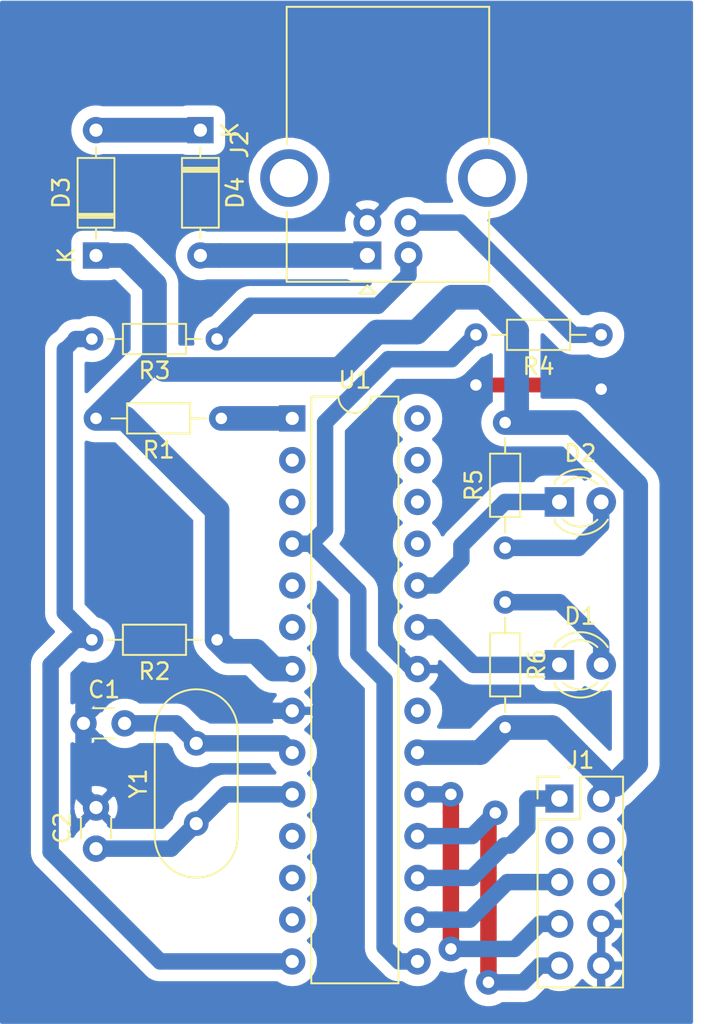
<source format=kicad_pcb>
(kicad_pcb (version 20171130) (host pcbnew 5.1.4-e60b266~84~ubuntu16.04.1)

  (general
    (thickness 1.6)
    (drawings 0)
    (tracks 140)
    (zones 0)
    (modules 16)
    (nets 21)
  )

  (page A4)
  (layers
    (0 F.Cu signal)
    (31 B.Cu signal)
    (32 B.Adhes user)
    (33 F.Adhes user)
    (34 B.Paste user)
    (35 F.Paste user)
    (36 B.SilkS user)
    (37 F.SilkS user)
    (38 B.Mask user)
    (39 F.Mask user)
    (40 Dwgs.User user)
    (41 Cmts.User user)
    (42 Eco1.User user)
    (43 Eco2.User user)
    (44 Edge.Cuts user)
    (45 Margin user)
    (46 B.CrtYd user)
    (47 F.CrtYd user)
    (48 B.Fab user)
    (49 F.Fab user)
  )

  (setup
    (last_trace_width 0.9)
    (trace_clearance 0.7)
    (zone_clearance 0.508)
    (zone_45_only no)
    (trace_min 0.2)
    (via_size 1.5)
    (via_drill 0.7)
    (via_min_size 0.4)
    (via_min_drill 0.3)
    (uvia_size 0.3)
    (uvia_drill 0.1)
    (uvias_allowed no)
    (uvia_min_size 0.2)
    (uvia_min_drill 0.1)
    (edge_width 0.05)
    (segment_width 0.2)
    (pcb_text_width 0.3)
    (pcb_text_size 1.5 1.5)
    (mod_edge_width 0.12)
    (mod_text_size 1 1)
    (mod_text_width 0.15)
    (pad_size 1.524 1.524)
    (pad_drill 0.762)
    (pad_to_mask_clearance 0.051)
    (solder_mask_min_width 0.25)
    (aux_axis_origin 0 0)
    (visible_elements FFFFFF7F)
    (pcbplotparams
      (layerselection 0x010fc_ffffffff)
      (usegerberextensions false)
      (usegerberattributes false)
      (usegerberadvancedattributes false)
      (creategerberjobfile false)
      (excludeedgelayer true)
      (linewidth 0.500000)
      (plotframeref false)
      (viasonmask false)
      (mode 1)
      (useauxorigin false)
      (hpglpennumber 1)
      (hpglpenspeed 20)
      (hpglpendiameter 15.000000)
      (psnegative false)
      (psa4output false)
      (plotreference true)
      (plotvalue true)
      (plotinvisibletext false)
      (padsonsilk false)
      (subtractmaskfromsilk false)
      (outputformat 1)
      (mirror false)
      (drillshape 1)
      (scaleselection 1)
      (outputdirectory ""))
  )

  (net 0 "")
  (net 1 "Net-(C1-Pad2)")
  (net 2 GND)
  (net 3 "Net-(C2-Pad1)")
  (net 4 "Net-(D1-Pad2)")
  (net 5 "Net-(D1-Pad1)")
  (net 6 "Net-(D2-Pad2)")
  (net 7 "Net-(D2-Pad1)")
  (net 8 "Net-(D3-Pad2)")
  (net 9 +5V)
  (net 10 "Net-(D4-Pad2)")
  (net 11 "Net-(J1-Pad9)")
  (net 12 "Net-(J1-Pad7)")
  (net 13 "Net-(J1-Pad5)")
  (net 14 "Net-(J1-Pad1)")
  (net 15 "Net-(J2-Pad5)")
  (net 16 "Net-(J2-Pad3)")
  (net 17 "Net-(J2-Pad2)")
  (net 18 "Net-(R1-Pad1)")
  (net 19 "Net-(R2-Pad2)")
  (net 20 "Net-(R4-Pad2)")

  (net_class Default "This is the default net class."
    (clearance 0.7)
    (trace_width 0.9)
    (via_dia 1.5)
    (via_drill 0.7)
    (uvia_dia 0.3)
    (uvia_drill 0.1)
    (add_net +5V)
    (add_net GND)
    (add_net "Net-(C1-Pad2)")
    (add_net "Net-(C2-Pad1)")
    (add_net "Net-(D1-Pad1)")
    (add_net "Net-(D1-Pad2)")
    (add_net "Net-(D2-Pad1)")
    (add_net "Net-(D2-Pad2)")
    (add_net "Net-(D3-Pad2)")
    (add_net "Net-(D4-Pad2)")
    (add_net "Net-(J1-Pad1)")
    (add_net "Net-(J1-Pad5)")
    (add_net "Net-(J1-Pad7)")
    (add_net "Net-(J1-Pad9)")
    (add_net "Net-(J2-Pad2)")
    (add_net "Net-(J2-Pad3)")
    (add_net "Net-(J2-Pad5)")
    (add_net "Net-(R1-Pad1)")
    (add_net "Net-(R2-Pad2)")
    (add_net "Net-(R4-Pad2)")
  )

  (module Crystal:Crystal_HC49-4H_Vertical (layer F.Cu) (tedit 5A1AD3B7) (tstamp 5D933607)
    (at 86.106 85.852 90)
    (descr "Crystal THT HC-49-4H http://5hertz.com/pdfs/04404_D.pdf")
    (tags "THT crystalHC-49-4H")
    (path /5D926832)
    (fp_text reference Y1 (at 2.44 -3.525 90) (layer F.SilkS)
      (effects (font (size 1 1) (thickness 0.15)))
    )
    (fp_text value 16Mhz (at 2.44 3.525 90) (layer F.Fab)
      (effects (font (size 1 1) (thickness 0.15)))
    )
    (fp_arc (start 5.64 0) (end 5.64 -2.525) (angle 180) (layer F.SilkS) (width 0.12))
    (fp_arc (start -0.76 0) (end -0.76 -2.525) (angle -180) (layer F.SilkS) (width 0.12))
    (fp_arc (start 5.44 0) (end 5.44 -2) (angle 180) (layer F.Fab) (width 0.1))
    (fp_arc (start -0.56 0) (end -0.56 -2) (angle -180) (layer F.Fab) (width 0.1))
    (fp_arc (start 5.64 0) (end 5.64 -2.325) (angle 180) (layer F.Fab) (width 0.1))
    (fp_arc (start -0.76 0) (end -0.76 -2.325) (angle -180) (layer F.Fab) (width 0.1))
    (fp_line (start 8.5 -2.8) (end -3.6 -2.8) (layer F.CrtYd) (width 0.05))
    (fp_line (start 8.5 2.8) (end 8.5 -2.8) (layer F.CrtYd) (width 0.05))
    (fp_line (start -3.6 2.8) (end 8.5 2.8) (layer F.CrtYd) (width 0.05))
    (fp_line (start -3.6 -2.8) (end -3.6 2.8) (layer F.CrtYd) (width 0.05))
    (fp_line (start -0.76 2.525) (end 5.64 2.525) (layer F.SilkS) (width 0.12))
    (fp_line (start -0.76 -2.525) (end 5.64 -2.525) (layer F.SilkS) (width 0.12))
    (fp_line (start -0.56 2) (end 5.44 2) (layer F.Fab) (width 0.1))
    (fp_line (start -0.56 -2) (end 5.44 -2) (layer F.Fab) (width 0.1))
    (fp_line (start -0.76 2.325) (end 5.64 2.325) (layer F.Fab) (width 0.1))
    (fp_line (start -0.76 -2.325) (end 5.64 -2.325) (layer F.Fab) (width 0.1))
    (fp_text user %R (at 2.44 0 90) (layer F.Fab)
      (effects (font (size 1 1) (thickness 0.15)))
    )
    (pad 2 thru_hole circle (at 4.88 0 90) (size 1.5 1.5) (drill 0.8) (layers *.Cu *.Mask)
      (net 1 "Net-(C1-Pad2)"))
    (pad 1 thru_hole circle (at 0 0 90) (size 1.5 1.5) (drill 0.8) (layers *.Cu *.Mask)
      (net 3 "Net-(C2-Pad1)"))
    (model ${KISYS3DMOD}/Crystal.3dshapes/Crystal_HC49-4H_Vertical.wrl
      (at (xyz 0 0 0))
      (scale (xyz 1 1 1))
      (rotate (xyz 0 0 0))
    )
  )

  (module Package_DIP:DIP-28_W7.62mm (layer F.Cu) (tedit 5A02E8C5) (tstamp 5D9335F0)
    (at 91.948 61.214)
    (descr "28-lead though-hole mounted DIP package, row spacing 7.62 mm (300 mils)")
    (tags "THT DIP DIL PDIP 2.54mm 7.62mm 300mil")
    (path /5D921A16)
    (fp_text reference U1 (at 3.81 -2.33) (layer F.SilkS)
      (effects (font (size 1 1) (thickness 0.15)))
    )
    (fp_text value ATmega8A-PU (at 3.81 35.35) (layer F.Fab)
      (effects (font (size 1 1) (thickness 0.15)))
    )
    (fp_text user %R (at 3.81 16.51) (layer F.Fab)
      (effects (font (size 1 1) (thickness 0.15)))
    )
    (fp_line (start 8.7 -1.55) (end -1.1 -1.55) (layer F.CrtYd) (width 0.05))
    (fp_line (start 8.7 34.55) (end 8.7 -1.55) (layer F.CrtYd) (width 0.05))
    (fp_line (start -1.1 34.55) (end 8.7 34.55) (layer F.CrtYd) (width 0.05))
    (fp_line (start -1.1 -1.55) (end -1.1 34.55) (layer F.CrtYd) (width 0.05))
    (fp_line (start 6.46 -1.33) (end 4.81 -1.33) (layer F.SilkS) (width 0.12))
    (fp_line (start 6.46 34.35) (end 6.46 -1.33) (layer F.SilkS) (width 0.12))
    (fp_line (start 1.16 34.35) (end 6.46 34.35) (layer F.SilkS) (width 0.12))
    (fp_line (start 1.16 -1.33) (end 1.16 34.35) (layer F.SilkS) (width 0.12))
    (fp_line (start 2.81 -1.33) (end 1.16 -1.33) (layer F.SilkS) (width 0.12))
    (fp_line (start 0.635 -0.27) (end 1.635 -1.27) (layer F.Fab) (width 0.1))
    (fp_line (start 0.635 34.29) (end 0.635 -0.27) (layer F.Fab) (width 0.1))
    (fp_line (start 6.985 34.29) (end 0.635 34.29) (layer F.Fab) (width 0.1))
    (fp_line (start 6.985 -1.27) (end 6.985 34.29) (layer F.Fab) (width 0.1))
    (fp_line (start 1.635 -1.27) (end 6.985 -1.27) (layer F.Fab) (width 0.1))
    (fp_arc (start 3.81 -1.33) (end 2.81 -1.33) (angle -180) (layer F.SilkS) (width 0.12))
    (pad 28 thru_hole oval (at 7.62 0) (size 1.6 1.6) (drill 0.8) (layers *.Cu *.Mask))
    (pad 14 thru_hole oval (at 0 33.02) (size 1.6 1.6) (drill 0.8) (layers *.Cu *.Mask)
      (net 19 "Net-(R2-Pad2)"))
    (pad 27 thru_hole oval (at 7.62 2.54) (size 1.6 1.6) (drill 0.8) (layers *.Cu *.Mask))
    (pad 13 thru_hole oval (at 0 30.48) (size 1.6 1.6) (drill 0.8) (layers *.Cu *.Mask))
    (pad 26 thru_hole oval (at 7.62 5.08) (size 1.6 1.6) (drill 0.8) (layers *.Cu *.Mask))
    (pad 12 thru_hole oval (at 0 27.94) (size 1.6 1.6) (drill 0.8) (layers *.Cu *.Mask))
    (pad 25 thru_hole oval (at 7.62 7.62) (size 1.6 1.6) (drill 0.8) (layers *.Cu *.Mask))
    (pad 11 thru_hole oval (at 0 25.4) (size 1.6 1.6) (drill 0.8) (layers *.Cu *.Mask))
    (pad 24 thru_hole oval (at 7.62 10.16) (size 1.6 1.6) (drill 0.8) (layers *.Cu *.Mask)
      (net 7 "Net-(D2-Pad1)"))
    (pad 10 thru_hole oval (at 0 22.86) (size 1.6 1.6) (drill 0.8) (layers *.Cu *.Mask)
      (net 3 "Net-(C2-Pad1)"))
    (pad 23 thru_hole oval (at 7.62 12.7) (size 1.6 1.6) (drill 0.8) (layers *.Cu *.Mask)
      (net 5 "Net-(D1-Pad1)"))
    (pad 9 thru_hole oval (at 0 20.32) (size 1.6 1.6) (drill 0.8) (layers *.Cu *.Mask)
      (net 1 "Net-(C1-Pad2)"))
    (pad 22 thru_hole oval (at 7.62 15.24) (size 1.6 1.6) (drill 0.8) (layers *.Cu *.Mask)
      (net 2 GND))
    (pad 8 thru_hole oval (at 0 17.78) (size 1.6 1.6) (drill 0.8) (layers *.Cu *.Mask)
      (net 2 GND))
    (pad 21 thru_hole oval (at 7.62 17.78) (size 1.6 1.6) (drill 0.8) (layers *.Cu *.Mask))
    (pad 7 thru_hole oval (at 0 15.24) (size 1.6 1.6) (drill 0.8) (layers *.Cu *.Mask)
      (net 9 +5V))
    (pad 20 thru_hole oval (at 7.62 20.32) (size 1.6 1.6) (drill 0.8) (layers *.Cu *.Mask)
      (net 9 +5V))
    (pad 6 thru_hole oval (at 0 12.7) (size 1.6 1.6) (drill 0.8) (layers *.Cu *.Mask))
    (pad 19 thru_hole oval (at 7.62 22.86) (size 1.6 1.6) (drill 0.8) (layers *.Cu *.Mask)
      (net 12 "Net-(J1-Pad7)"))
    (pad 5 thru_hole oval (at 0 10.16) (size 1.6 1.6) (drill 0.8) (layers *.Cu *.Mask))
    (pad 18 thru_hole oval (at 7.62 25.4) (size 1.6 1.6) (drill 0.8) (layers *.Cu *.Mask)
      (net 11 "Net-(J1-Pad9)"))
    (pad 4 thru_hole oval (at 0 7.62) (size 1.6 1.6) (drill 0.8) (layers *.Cu *.Mask)
      (net 20 "Net-(R4-Pad2)"))
    (pad 17 thru_hole oval (at 7.62 27.94) (size 1.6 1.6) (drill 0.8) (layers *.Cu *.Mask)
      (net 14 "Net-(J1-Pad1)"))
    (pad 3 thru_hole oval (at 0 5.08) (size 1.6 1.6) (drill 0.8) (layers *.Cu *.Mask))
    (pad 16 thru_hole oval (at 7.62 30.48) (size 1.6 1.6) (drill 0.8) (layers *.Cu *.Mask)
      (net 13 "Net-(J1-Pad5)"))
    (pad 2 thru_hole oval (at 0 2.54) (size 1.6 1.6) (drill 0.8) (layers *.Cu *.Mask))
    (pad 15 thru_hole oval (at 7.62 33.02) (size 1.6 1.6) (drill 0.8) (layers *.Cu *.Mask)
      (net 20 "Net-(R4-Pad2)"))
    (pad 1 thru_hole rect (at 0 0) (size 1.6 1.6) (drill 0.8) (layers *.Cu *.Mask)
      (net 18 "Net-(R1-Pad1)"))
    (model ${KISYS3DMOD}/Package_DIP.3dshapes/DIP-28_W7.62mm.wrl
      (at (xyz 0 0 0))
      (scale (xyz 1 1 1))
      (rotate (xyz 0 0 0))
    )
  )

  (module Resistor_THT:R_Axial_DIN0204_L3.6mm_D1.6mm_P7.62mm_Horizontal (layer F.Cu) (tedit 5AE5139B) (tstamp 5D9335C0)
    (at 104.902 72.39 270)
    (descr "Resistor, Axial_DIN0204 series, Axial, Horizontal, pin pitch=7.62mm, 0.167W, length*diameter=3.6*1.6mm^2, http://cdn-reichelt.de/documents/datenblatt/B400/1_4W%23YAG.pdf")
    (tags "Resistor Axial_DIN0204 series Axial Horizontal pin pitch 7.62mm 0.167W length 3.6mm diameter 1.6mm")
    (path /5D998B90)
    (fp_text reference R6 (at 3.81 -1.92 90) (layer F.SilkS)
      (effects (font (size 1 1) (thickness 0.15)))
    )
    (fp_text value 1k (at 3.81 1.92 90) (layer F.Fab)
      (effects (font (size 1 1) (thickness 0.15)))
    )
    (fp_text user %R (at 3.81 0 90) (layer F.Fab)
      (effects (font (size 0.72 0.72) (thickness 0.108)))
    )
    (fp_line (start 8.57 -1.05) (end -0.95 -1.05) (layer F.CrtYd) (width 0.05))
    (fp_line (start 8.57 1.05) (end 8.57 -1.05) (layer F.CrtYd) (width 0.05))
    (fp_line (start -0.95 1.05) (end 8.57 1.05) (layer F.CrtYd) (width 0.05))
    (fp_line (start -0.95 -1.05) (end -0.95 1.05) (layer F.CrtYd) (width 0.05))
    (fp_line (start 6.68 0) (end 5.73 0) (layer F.SilkS) (width 0.12))
    (fp_line (start 0.94 0) (end 1.89 0) (layer F.SilkS) (width 0.12))
    (fp_line (start 5.73 -0.92) (end 1.89 -0.92) (layer F.SilkS) (width 0.12))
    (fp_line (start 5.73 0.92) (end 5.73 -0.92) (layer F.SilkS) (width 0.12))
    (fp_line (start 1.89 0.92) (end 5.73 0.92) (layer F.SilkS) (width 0.12))
    (fp_line (start 1.89 -0.92) (end 1.89 0.92) (layer F.SilkS) (width 0.12))
    (fp_line (start 7.62 0) (end 5.61 0) (layer F.Fab) (width 0.1))
    (fp_line (start 0 0) (end 2.01 0) (layer F.Fab) (width 0.1))
    (fp_line (start 5.61 -0.8) (end 2.01 -0.8) (layer F.Fab) (width 0.1))
    (fp_line (start 5.61 0.8) (end 5.61 -0.8) (layer F.Fab) (width 0.1))
    (fp_line (start 2.01 0.8) (end 5.61 0.8) (layer F.Fab) (width 0.1))
    (fp_line (start 2.01 -0.8) (end 2.01 0.8) (layer F.Fab) (width 0.1))
    (pad 2 thru_hole oval (at 7.62 0 270) (size 1.4 1.4) (drill 0.7) (layers *.Cu *.Mask)
      (net 9 +5V))
    (pad 1 thru_hole circle (at 0 0 270) (size 1.4 1.4) (drill 0.7) (layers *.Cu *.Mask)
      (net 4 "Net-(D1-Pad2)"))
    (model ${KISYS3DMOD}/Resistor_THT.3dshapes/R_Axial_DIN0204_L3.6mm_D1.6mm_P7.62mm_Horizontal.wrl
      (at (xyz 0 0 0))
      (scale (xyz 1 1 1))
      (rotate (xyz 0 0 0))
    )
  )

  (module Resistor_THT:R_Axial_DIN0204_L3.6mm_D1.6mm_P7.62mm_Horizontal (layer F.Cu) (tedit 5AE5139B) (tstamp 5D9335A9)
    (at 104.902 69.088 90)
    (descr "Resistor, Axial_DIN0204 series, Axial, Horizontal, pin pitch=7.62mm, 0.167W, length*diameter=3.6*1.6mm^2, http://cdn-reichelt.de/documents/datenblatt/B400/1_4W%23YAG.pdf")
    (tags "Resistor Axial_DIN0204 series Axial Horizontal pin pitch 7.62mm 0.167W length 3.6mm diameter 1.6mm")
    (path /5D99817D)
    (fp_text reference R5 (at 3.81 -1.92 90) (layer F.SilkS)
      (effects (font (size 1 1) (thickness 0.15)))
    )
    (fp_text value 1k (at 3.81 1.92 90) (layer F.Fab)
      (effects (font (size 1 1) (thickness 0.15)))
    )
    (fp_text user %R (at 3.81 0 90) (layer F.Fab)
      (effects (font (size 0.72 0.72) (thickness 0.108)))
    )
    (fp_line (start 8.57 -1.05) (end -0.95 -1.05) (layer F.CrtYd) (width 0.05))
    (fp_line (start 8.57 1.05) (end 8.57 -1.05) (layer F.CrtYd) (width 0.05))
    (fp_line (start -0.95 1.05) (end 8.57 1.05) (layer F.CrtYd) (width 0.05))
    (fp_line (start -0.95 -1.05) (end -0.95 1.05) (layer F.CrtYd) (width 0.05))
    (fp_line (start 6.68 0) (end 5.73 0) (layer F.SilkS) (width 0.12))
    (fp_line (start 0.94 0) (end 1.89 0) (layer F.SilkS) (width 0.12))
    (fp_line (start 5.73 -0.92) (end 1.89 -0.92) (layer F.SilkS) (width 0.12))
    (fp_line (start 5.73 0.92) (end 5.73 -0.92) (layer F.SilkS) (width 0.12))
    (fp_line (start 1.89 0.92) (end 5.73 0.92) (layer F.SilkS) (width 0.12))
    (fp_line (start 1.89 -0.92) (end 1.89 0.92) (layer F.SilkS) (width 0.12))
    (fp_line (start 7.62 0) (end 5.61 0) (layer F.Fab) (width 0.1))
    (fp_line (start 0 0) (end 2.01 0) (layer F.Fab) (width 0.1))
    (fp_line (start 5.61 -0.8) (end 2.01 -0.8) (layer F.Fab) (width 0.1))
    (fp_line (start 5.61 0.8) (end 5.61 -0.8) (layer F.Fab) (width 0.1))
    (fp_line (start 2.01 0.8) (end 5.61 0.8) (layer F.Fab) (width 0.1))
    (fp_line (start 2.01 -0.8) (end 2.01 0.8) (layer F.Fab) (width 0.1))
    (pad 2 thru_hole oval (at 7.62 0 90) (size 1.4 1.4) (drill 0.7) (layers *.Cu *.Mask)
      (net 9 +5V))
    (pad 1 thru_hole circle (at 0 0 90) (size 1.4 1.4) (drill 0.7) (layers *.Cu *.Mask)
      (net 6 "Net-(D2-Pad2)"))
    (model ${KISYS3DMOD}/Resistor_THT.3dshapes/R_Axial_DIN0204_L3.6mm_D1.6mm_P7.62mm_Horizontal.wrl
      (at (xyz 0 0 0))
      (scale (xyz 1 1 1))
      (rotate (xyz 0 0 0))
    )
  )

  (module Resistor_THT:R_Axial_DIN0204_L3.6mm_D1.6mm_P7.62mm_Horizontal (layer F.Cu) (tedit 5AE5139B) (tstamp 5D933592)
    (at 110.744 56.134 180)
    (descr "Resistor, Axial_DIN0204 series, Axial, Horizontal, pin pitch=7.62mm, 0.167W, length*diameter=3.6*1.6mm^2, http://cdn-reichelt.de/documents/datenblatt/B400/1_4W%23YAG.pdf")
    (tags "Resistor Axial_DIN0204 series Axial Horizontal pin pitch 7.62mm 0.167W length 3.6mm diameter 1.6mm")
    (path /5D93295F)
    (fp_text reference R4 (at 3.81 -1.92) (layer F.SilkS)
      (effects (font (size 1 1) (thickness 0.15)))
    )
    (fp_text value 68 (at 3.81 1.92) (layer F.Fab)
      (effects (font (size 1 1) (thickness 0.15)))
    )
    (fp_text user %R (at 3.81 0) (layer F.Fab)
      (effects (font (size 0.72 0.72) (thickness 0.108)))
    )
    (fp_line (start 8.57 -1.05) (end -0.95 -1.05) (layer F.CrtYd) (width 0.05))
    (fp_line (start 8.57 1.05) (end 8.57 -1.05) (layer F.CrtYd) (width 0.05))
    (fp_line (start -0.95 1.05) (end 8.57 1.05) (layer F.CrtYd) (width 0.05))
    (fp_line (start -0.95 -1.05) (end -0.95 1.05) (layer F.CrtYd) (width 0.05))
    (fp_line (start 6.68 0) (end 5.73 0) (layer F.SilkS) (width 0.12))
    (fp_line (start 0.94 0) (end 1.89 0) (layer F.SilkS) (width 0.12))
    (fp_line (start 5.73 -0.92) (end 1.89 -0.92) (layer F.SilkS) (width 0.12))
    (fp_line (start 5.73 0.92) (end 5.73 -0.92) (layer F.SilkS) (width 0.12))
    (fp_line (start 1.89 0.92) (end 5.73 0.92) (layer F.SilkS) (width 0.12))
    (fp_line (start 1.89 -0.92) (end 1.89 0.92) (layer F.SilkS) (width 0.12))
    (fp_line (start 7.62 0) (end 5.61 0) (layer F.Fab) (width 0.1))
    (fp_line (start 0 0) (end 2.01 0) (layer F.Fab) (width 0.1))
    (fp_line (start 5.61 -0.8) (end 2.01 -0.8) (layer F.Fab) (width 0.1))
    (fp_line (start 5.61 0.8) (end 5.61 -0.8) (layer F.Fab) (width 0.1))
    (fp_line (start 2.01 0.8) (end 5.61 0.8) (layer F.Fab) (width 0.1))
    (fp_line (start 2.01 -0.8) (end 2.01 0.8) (layer F.Fab) (width 0.1))
    (pad 2 thru_hole oval (at 7.62 0 180) (size 1.4 1.4) (drill 0.7) (layers *.Cu *.Mask)
      (net 20 "Net-(R4-Pad2)"))
    (pad 1 thru_hole circle (at 0 0 180) (size 1.4 1.4) (drill 0.7) (layers *.Cu *.Mask)
      (net 16 "Net-(J2-Pad3)"))
    (model ${KISYS3DMOD}/Resistor_THT.3dshapes/R_Axial_DIN0204_L3.6mm_D1.6mm_P7.62mm_Horizontal.wrl
      (at (xyz 0 0 0))
      (scale (xyz 1 1 1))
      (rotate (xyz 0 0 0))
    )
  )

  (module Resistor_THT:R_Axial_DIN0204_L3.6mm_D1.6mm_P7.62mm_Horizontal (layer F.Cu) (tedit 5AE5139B) (tstamp 5D9345AC)
    (at 87.376 56.388 180)
    (descr "Resistor, Axial_DIN0204 series, Axial, Horizontal, pin pitch=7.62mm, 0.167W, length*diameter=3.6*1.6mm^2, http://cdn-reichelt.de/documents/datenblatt/B400/1_4W%23YAG.pdf")
    (tags "Resistor Axial_DIN0204 series Axial Horizontal pin pitch 7.62mm 0.167W length 3.6mm diameter 1.6mm")
    (path /5D9322DB)
    (fp_text reference R3 (at 3.81 -1.92) (layer F.SilkS)
      (effects (font (size 1 1) (thickness 0.15)))
    )
    (fp_text value 68 (at 3.81 1.92) (layer F.Fab)
      (effects (font (size 1 1) (thickness 0.15)))
    )
    (fp_text user %R (at 3.81 0) (layer F.Fab)
      (effects (font (size 0.72 0.72) (thickness 0.108)))
    )
    (fp_line (start 8.57 -1.05) (end -0.95 -1.05) (layer F.CrtYd) (width 0.05))
    (fp_line (start 8.57 1.05) (end 8.57 -1.05) (layer F.CrtYd) (width 0.05))
    (fp_line (start -0.95 1.05) (end 8.57 1.05) (layer F.CrtYd) (width 0.05))
    (fp_line (start -0.95 -1.05) (end -0.95 1.05) (layer F.CrtYd) (width 0.05))
    (fp_line (start 6.68 0) (end 5.73 0) (layer F.SilkS) (width 0.12))
    (fp_line (start 0.94 0) (end 1.89 0) (layer F.SilkS) (width 0.12))
    (fp_line (start 5.73 -0.92) (end 1.89 -0.92) (layer F.SilkS) (width 0.12))
    (fp_line (start 5.73 0.92) (end 5.73 -0.92) (layer F.SilkS) (width 0.12))
    (fp_line (start 1.89 0.92) (end 5.73 0.92) (layer F.SilkS) (width 0.12))
    (fp_line (start 1.89 -0.92) (end 1.89 0.92) (layer F.SilkS) (width 0.12))
    (fp_line (start 7.62 0) (end 5.61 0) (layer F.Fab) (width 0.1))
    (fp_line (start 0 0) (end 2.01 0) (layer F.Fab) (width 0.1))
    (fp_line (start 5.61 -0.8) (end 2.01 -0.8) (layer F.Fab) (width 0.1))
    (fp_line (start 5.61 0.8) (end 5.61 -0.8) (layer F.Fab) (width 0.1))
    (fp_line (start 2.01 0.8) (end 5.61 0.8) (layer F.Fab) (width 0.1))
    (fp_line (start 2.01 -0.8) (end 2.01 0.8) (layer F.Fab) (width 0.1))
    (pad 2 thru_hole oval (at 7.62 0 180) (size 1.4 1.4) (drill 0.7) (layers *.Cu *.Mask)
      (net 19 "Net-(R2-Pad2)"))
    (pad 1 thru_hole circle (at 0 0 180) (size 1.4 1.4) (drill 0.7) (layers *.Cu *.Mask)
      (net 17 "Net-(J2-Pad2)"))
    (model ${KISYS3DMOD}/Resistor_THT.3dshapes/R_Axial_DIN0204_L3.6mm_D1.6mm_P7.62mm_Horizontal.wrl
      (at (xyz 0 0 0))
      (scale (xyz 1 1 1))
      (rotate (xyz 0 0 0))
    )
  )

  (module Resistor_THT:R_Axial_DIN0204_L3.6mm_D1.6mm_P7.62mm_Horizontal (layer F.Cu) (tedit 5AE5139B) (tstamp 5D933564)
    (at 87.376 74.676 180)
    (descr "Resistor, Axial_DIN0204 series, Axial, Horizontal, pin pitch=7.62mm, 0.167W, length*diameter=3.6*1.6mm^2, http://cdn-reichelt.de/documents/datenblatt/B400/1_4W%23YAG.pdf")
    (tags "Resistor Axial_DIN0204 series Axial Horizontal pin pitch 7.62mm 0.167W length 3.6mm diameter 1.6mm")
    (path /5D9BEFFD)
    (fp_text reference R2 (at 3.81 -1.92) (layer F.SilkS)
      (effects (font (size 1 1) (thickness 0.15)))
    )
    (fp_text value 1k5 (at 3.81 1.92) (layer F.Fab)
      (effects (font (size 1 1) (thickness 0.15)))
    )
    (fp_text user %R (at 3.81 0) (layer F.Fab)
      (effects (font (size 0.72 0.72) (thickness 0.108)))
    )
    (fp_line (start 8.57 -1.05) (end -0.95 -1.05) (layer F.CrtYd) (width 0.05))
    (fp_line (start 8.57 1.05) (end 8.57 -1.05) (layer F.CrtYd) (width 0.05))
    (fp_line (start -0.95 1.05) (end 8.57 1.05) (layer F.CrtYd) (width 0.05))
    (fp_line (start -0.95 -1.05) (end -0.95 1.05) (layer F.CrtYd) (width 0.05))
    (fp_line (start 6.68 0) (end 5.73 0) (layer F.SilkS) (width 0.12))
    (fp_line (start 0.94 0) (end 1.89 0) (layer F.SilkS) (width 0.12))
    (fp_line (start 5.73 -0.92) (end 1.89 -0.92) (layer F.SilkS) (width 0.12))
    (fp_line (start 5.73 0.92) (end 5.73 -0.92) (layer F.SilkS) (width 0.12))
    (fp_line (start 1.89 0.92) (end 5.73 0.92) (layer F.SilkS) (width 0.12))
    (fp_line (start 1.89 -0.92) (end 1.89 0.92) (layer F.SilkS) (width 0.12))
    (fp_line (start 7.62 0) (end 5.61 0) (layer F.Fab) (width 0.1))
    (fp_line (start 0 0) (end 2.01 0) (layer F.Fab) (width 0.1))
    (fp_line (start 5.61 -0.8) (end 2.01 -0.8) (layer F.Fab) (width 0.1))
    (fp_line (start 5.61 0.8) (end 5.61 -0.8) (layer F.Fab) (width 0.1))
    (fp_line (start 2.01 0.8) (end 5.61 0.8) (layer F.Fab) (width 0.1))
    (fp_line (start 2.01 -0.8) (end 2.01 0.8) (layer F.Fab) (width 0.1))
    (pad 2 thru_hole oval (at 7.62 0 180) (size 1.4 1.4) (drill 0.7) (layers *.Cu *.Mask)
      (net 19 "Net-(R2-Pad2)"))
    (pad 1 thru_hole circle (at 0 0 180) (size 1.4 1.4) (drill 0.7) (layers *.Cu *.Mask)
      (net 9 +5V))
    (model ${KISYS3DMOD}/Resistor_THT.3dshapes/R_Axial_DIN0204_L3.6mm_D1.6mm_P7.62mm_Horizontal.wrl
      (at (xyz 0 0 0))
      (scale (xyz 1 1 1))
      (rotate (xyz 0 0 0))
    )
  )

  (module Resistor_THT:R_Axial_DIN0204_L3.6mm_D1.6mm_P7.62mm_Horizontal (layer F.Cu) (tedit 5AE5139B) (tstamp 5D93354D)
    (at 87.63 61.214 180)
    (descr "Resistor, Axial_DIN0204 series, Axial, Horizontal, pin pitch=7.62mm, 0.167W, length*diameter=3.6*1.6mm^2, http://cdn-reichelt.de/documents/datenblatt/B400/1_4W%23YAG.pdf")
    (tags "Resistor Axial_DIN0204 series Axial Horizontal pin pitch 7.62mm 0.167W length 3.6mm diameter 1.6mm")
    (path /5D92383A)
    (fp_text reference R1 (at 3.81 -1.92) (layer F.SilkS)
      (effects (font (size 1 1) (thickness 0.15)))
    )
    (fp_text value 10k (at 3.81 1.92) (layer F.Fab)
      (effects (font (size 1 1) (thickness 0.15)))
    )
    (fp_text user %R (at 3.81 0) (layer F.Fab)
      (effects (font (size 0.72 0.72) (thickness 0.108)))
    )
    (fp_line (start 8.57 -1.05) (end -0.95 -1.05) (layer F.CrtYd) (width 0.05))
    (fp_line (start 8.57 1.05) (end 8.57 -1.05) (layer F.CrtYd) (width 0.05))
    (fp_line (start -0.95 1.05) (end 8.57 1.05) (layer F.CrtYd) (width 0.05))
    (fp_line (start -0.95 -1.05) (end -0.95 1.05) (layer F.CrtYd) (width 0.05))
    (fp_line (start 6.68 0) (end 5.73 0) (layer F.SilkS) (width 0.12))
    (fp_line (start 0.94 0) (end 1.89 0) (layer F.SilkS) (width 0.12))
    (fp_line (start 5.73 -0.92) (end 1.89 -0.92) (layer F.SilkS) (width 0.12))
    (fp_line (start 5.73 0.92) (end 5.73 -0.92) (layer F.SilkS) (width 0.12))
    (fp_line (start 1.89 0.92) (end 5.73 0.92) (layer F.SilkS) (width 0.12))
    (fp_line (start 1.89 -0.92) (end 1.89 0.92) (layer F.SilkS) (width 0.12))
    (fp_line (start 7.62 0) (end 5.61 0) (layer F.Fab) (width 0.1))
    (fp_line (start 0 0) (end 2.01 0) (layer F.Fab) (width 0.1))
    (fp_line (start 5.61 -0.8) (end 2.01 -0.8) (layer F.Fab) (width 0.1))
    (fp_line (start 5.61 0.8) (end 5.61 -0.8) (layer F.Fab) (width 0.1))
    (fp_line (start 2.01 0.8) (end 5.61 0.8) (layer F.Fab) (width 0.1))
    (fp_line (start 2.01 -0.8) (end 2.01 0.8) (layer F.Fab) (width 0.1))
    (pad 2 thru_hole oval (at 7.62 0 180) (size 1.4 1.4) (drill 0.7) (layers *.Cu *.Mask)
      (net 9 +5V))
    (pad 1 thru_hole circle (at 0 0 180) (size 1.4 1.4) (drill 0.7) (layers *.Cu *.Mask)
      (net 18 "Net-(R1-Pad1)"))
    (model ${KISYS3DMOD}/Resistor_THT.3dshapes/R_Axial_DIN0204_L3.6mm_D1.6mm_P7.62mm_Horizontal.wrl
      (at (xyz 0 0 0))
      (scale (xyz 1 1 1))
      (rotate (xyz 0 0 0))
    )
  )

  (module Connector_USB:USB_B_OST_USB-B1HSxx_Horizontal (layer F.Cu) (tedit 5AFE01FF) (tstamp 5D933536)
    (at 96.52 51.308 90)
    (descr "USB B receptacle, Horizontal, through-hole, http://www.on-shore.com/wp-content/uploads/2015/09/usb-b1hsxx.pdf")
    (tags "USB-B receptacle horizontal through-hole")
    (path /5D9A32D3)
    (fp_text reference J2 (at 6.76 -7.77 90) (layer F.SilkS)
      (effects (font (size 1 1) (thickness 0.15)))
    )
    (fp_text value USB_B (at 6.76 10.27 90) (layer F.Fab)
      (effects (font (size 1 1) (thickness 0.15)))
    )
    (fp_text user %R (at 6.76 1.25 90) (layer F.Fab)
      (effects (font (size 1 1) (thickness 0.15)))
    )
    (fp_line (start 15.51 -7.02) (end -1.99 -7.02) (layer F.CrtYd) (width 0.05))
    (fp_line (start 15.51 9.52) (end 15.51 -7.02) (layer F.CrtYd) (width 0.05))
    (fp_line (start -1.99 9.52) (end 15.51 9.52) (layer F.CrtYd) (width 0.05))
    (fp_line (start -1.99 -7.02) (end -1.99 9.52) (layer F.CrtYd) (width 0.05))
    (fp_line (start -2.32 0.5) (end -1.82 0) (layer F.SilkS) (width 0.12))
    (fp_line (start -2.32 -0.5) (end -2.32 0.5) (layer F.SilkS) (width 0.12))
    (fp_line (start -1.82 0) (end -2.32 -0.5) (layer F.SilkS) (width 0.12))
    (fp_line (start 15.12 7.41) (end 6.76 7.41) (layer F.SilkS) (width 0.12))
    (fp_line (start 15.12 -4.91) (end 15.12 7.41) (layer F.SilkS) (width 0.12))
    (fp_line (start 6.76 -4.91) (end 15.12 -4.91) (layer F.SilkS) (width 0.12))
    (fp_line (start -1.6 7.41) (end 2.66 7.41) (layer F.SilkS) (width 0.12))
    (fp_line (start -1.6 -4.91) (end -1.6 7.41) (layer F.SilkS) (width 0.12))
    (fp_line (start 2.66 -4.91) (end -1.6 -4.91) (layer F.SilkS) (width 0.12))
    (fp_line (start -1.49 -3.8) (end -0.49 -4.8) (layer F.Fab) (width 0.1))
    (fp_line (start -1.49 7.3) (end -1.49 -3.8) (layer F.Fab) (width 0.1))
    (fp_line (start 15.01 7.3) (end -1.49 7.3) (layer F.Fab) (width 0.1))
    (fp_line (start 15.01 -4.8) (end 15.01 7.3) (layer F.Fab) (width 0.1))
    (fp_line (start -0.49 -4.8) (end 15.01 -4.8) (layer F.Fab) (width 0.1))
    (pad 5 thru_hole circle (at 4.71 7.27 90) (size 3.5 3.5) (drill 2.33) (layers *.Cu *.Mask)
      (net 15 "Net-(J2-Pad5)"))
    (pad 5 thru_hole circle (at 4.71 -4.77 90) (size 3.5 3.5) (drill 2.33) (layers *.Cu *.Mask)
      (net 15 "Net-(J2-Pad5)"))
    (pad 4 thru_hole circle (at 2 0 90) (size 1.7 1.7) (drill 0.92) (layers *.Cu *.Mask)
      (net 2 GND))
    (pad 3 thru_hole circle (at 2 2.5 90) (size 1.7 1.7) (drill 0.92) (layers *.Cu *.Mask)
      (net 16 "Net-(J2-Pad3)"))
    (pad 2 thru_hole circle (at 0 2.5 90) (size 1.7 1.7) (drill 0.92) (layers *.Cu *.Mask)
      (net 17 "Net-(J2-Pad2)"))
    (pad 1 thru_hole rect (at 0 0 90) (size 1.7 1.7) (drill 0.92) (layers *.Cu *.Mask)
      (net 10 "Net-(D4-Pad2)"))
    (model ${KISYS3DMOD}/Connector_USB.3dshapes/USB_B_OST_USB-B1HSxx_Horizontal.wrl
      (at (xyz 0 0 0))
      (scale (xyz 1 1 1))
      (rotate (xyz 0 0 0))
    )
  )

  (module Connector_PinHeader_2.54mm:PinHeader_2x05_P2.54mm_Vertical (layer F.Cu) (tedit 59FED5CC) (tstamp 5D9338A0)
    (at 108.204 84.328)
    (descr "Through hole straight pin header, 2x05, 2.54mm pitch, double rows")
    (tags "Through hole pin header THT 2x05 2.54mm double row")
    (path /5D95022F)
    (fp_text reference J1 (at 1.27 -2.33) (layer F.SilkS)
      (effects (font (size 1 1) (thickness 0.15)))
    )
    (fp_text value Conn_02x05_Odd_Even (at 1.27 12.49) (layer F.Fab)
      (effects (font (size 1 1) (thickness 0.15)))
    )
    (fp_text user %R (at 1.27 5.08 90) (layer F.Fab)
      (effects (font (size 1 1) (thickness 0.15)))
    )
    (fp_line (start 4.35 -1.8) (end -1.8 -1.8) (layer F.CrtYd) (width 0.05))
    (fp_line (start 4.35 11.95) (end 4.35 -1.8) (layer F.CrtYd) (width 0.05))
    (fp_line (start -1.8 11.95) (end 4.35 11.95) (layer F.CrtYd) (width 0.05))
    (fp_line (start -1.8 -1.8) (end -1.8 11.95) (layer F.CrtYd) (width 0.05))
    (fp_line (start -1.33 -1.33) (end 0 -1.33) (layer F.SilkS) (width 0.12))
    (fp_line (start -1.33 0) (end -1.33 -1.33) (layer F.SilkS) (width 0.12))
    (fp_line (start 1.27 -1.33) (end 3.87 -1.33) (layer F.SilkS) (width 0.12))
    (fp_line (start 1.27 1.27) (end 1.27 -1.33) (layer F.SilkS) (width 0.12))
    (fp_line (start -1.33 1.27) (end 1.27 1.27) (layer F.SilkS) (width 0.12))
    (fp_line (start 3.87 -1.33) (end 3.87 11.49) (layer F.SilkS) (width 0.12))
    (fp_line (start -1.33 1.27) (end -1.33 11.49) (layer F.SilkS) (width 0.12))
    (fp_line (start -1.33 11.49) (end 3.87 11.49) (layer F.SilkS) (width 0.12))
    (fp_line (start -1.27 0) (end 0 -1.27) (layer F.Fab) (width 0.1))
    (fp_line (start -1.27 11.43) (end -1.27 0) (layer F.Fab) (width 0.1))
    (fp_line (start 3.81 11.43) (end -1.27 11.43) (layer F.Fab) (width 0.1))
    (fp_line (start 3.81 -1.27) (end 3.81 11.43) (layer F.Fab) (width 0.1))
    (fp_line (start 0 -1.27) (end 3.81 -1.27) (layer F.Fab) (width 0.1))
    (pad 10 thru_hole oval (at 2.54 10.16) (size 1.7 1.7) (drill 1) (layers *.Cu *.Mask)
      (net 2 GND))
    (pad 9 thru_hole oval (at 0 10.16) (size 1.7 1.7) (drill 1) (layers *.Cu *.Mask)
      (net 11 "Net-(J1-Pad9)"))
    (pad 8 thru_hole oval (at 2.54 7.62) (size 1.7 1.7) (drill 1) (layers *.Cu *.Mask)
      (net 2 GND))
    (pad 7 thru_hole oval (at 0 7.62) (size 1.7 1.7) (drill 1) (layers *.Cu *.Mask)
      (net 12 "Net-(J1-Pad7)"))
    (pad 6 thru_hole oval (at 2.54 5.08) (size 1.7 1.7) (drill 1) (layers *.Cu *.Mask))
    (pad 5 thru_hole oval (at 0 5.08) (size 1.7 1.7) (drill 1) (layers *.Cu *.Mask)
      (net 13 "Net-(J1-Pad5)"))
    (pad 4 thru_hole oval (at 2.54 2.54) (size 1.7 1.7) (drill 1) (layers *.Cu *.Mask))
    (pad 3 thru_hole oval (at 0 2.54) (size 1.7 1.7) (drill 1) (layers *.Cu *.Mask))
    (pad 2 thru_hole oval (at 2.54 0) (size 1.7 1.7) (drill 1) (layers *.Cu *.Mask)
      (net 9 +5V))
    (pad 1 thru_hole rect (at 0 0) (size 1.7 1.7) (drill 1) (layers *.Cu *.Mask)
      (net 14 "Net-(J1-Pad1)"))
    (model ${KISYS3DMOD}/Connector_PinHeader_2.54mm.3dshapes/PinHeader_2x05_P2.54mm_Vertical.wrl
      (at (xyz 0 0 0))
      (scale (xyz 1 1 1))
      (rotate (xyz 0 0 0))
    )
  )

  (module Diode_THT:D_DO-35_SOD27_P7.62mm_Horizontal (layer F.Cu) (tedit 5AE50CD5) (tstamp 5D9334F9)
    (at 86.36 43.688 270)
    (descr "Diode, DO-35_SOD27 series, Axial, Horizontal, pin pitch=7.62mm, , length*diameter=4*2mm^2, , http://www.diodes.com/_files/packages/DO-35.pdf")
    (tags "Diode DO-35_SOD27 series Axial Horizontal pin pitch 7.62mm  length 4mm diameter 2mm")
    (path /5D9C6C7D)
    (fp_text reference D4 (at 3.81 -2.12 90) (layer F.SilkS)
      (effects (font (size 1 1) (thickness 0.15)))
    )
    (fp_text value 1N4007 (at 3.81 2.12 90) (layer F.Fab)
      (effects (font (size 1 1) (thickness 0.15)))
    )
    (fp_text user K (at 0 -1.8 90) (layer F.SilkS)
      (effects (font (size 1 1) (thickness 0.15)))
    )
    (fp_text user K (at 0 -1.8 90) (layer F.Fab)
      (effects (font (size 1 1) (thickness 0.15)))
    )
    (fp_text user %R (at 4.11 0 90) (layer F.Fab)
      (effects (font (size 0.8 0.8) (thickness 0.12)))
    )
    (fp_line (start 8.67 -1.25) (end -1.05 -1.25) (layer F.CrtYd) (width 0.05))
    (fp_line (start 8.67 1.25) (end 8.67 -1.25) (layer F.CrtYd) (width 0.05))
    (fp_line (start -1.05 1.25) (end 8.67 1.25) (layer F.CrtYd) (width 0.05))
    (fp_line (start -1.05 -1.25) (end -1.05 1.25) (layer F.CrtYd) (width 0.05))
    (fp_line (start 2.29 -1.12) (end 2.29 1.12) (layer F.SilkS) (width 0.12))
    (fp_line (start 2.53 -1.12) (end 2.53 1.12) (layer F.SilkS) (width 0.12))
    (fp_line (start 2.41 -1.12) (end 2.41 1.12) (layer F.SilkS) (width 0.12))
    (fp_line (start 6.58 0) (end 5.93 0) (layer F.SilkS) (width 0.12))
    (fp_line (start 1.04 0) (end 1.69 0) (layer F.SilkS) (width 0.12))
    (fp_line (start 5.93 -1.12) (end 1.69 -1.12) (layer F.SilkS) (width 0.12))
    (fp_line (start 5.93 1.12) (end 5.93 -1.12) (layer F.SilkS) (width 0.12))
    (fp_line (start 1.69 1.12) (end 5.93 1.12) (layer F.SilkS) (width 0.12))
    (fp_line (start 1.69 -1.12) (end 1.69 1.12) (layer F.SilkS) (width 0.12))
    (fp_line (start 2.31 -1) (end 2.31 1) (layer F.Fab) (width 0.1))
    (fp_line (start 2.51 -1) (end 2.51 1) (layer F.Fab) (width 0.1))
    (fp_line (start 2.41 -1) (end 2.41 1) (layer F.Fab) (width 0.1))
    (fp_line (start 7.62 0) (end 5.81 0) (layer F.Fab) (width 0.1))
    (fp_line (start 0 0) (end 1.81 0) (layer F.Fab) (width 0.1))
    (fp_line (start 5.81 -1) (end 1.81 -1) (layer F.Fab) (width 0.1))
    (fp_line (start 5.81 1) (end 5.81 -1) (layer F.Fab) (width 0.1))
    (fp_line (start 1.81 1) (end 5.81 1) (layer F.Fab) (width 0.1))
    (fp_line (start 1.81 -1) (end 1.81 1) (layer F.Fab) (width 0.1))
    (pad 2 thru_hole oval (at 7.62 0 270) (size 1.6 1.6) (drill 0.8) (layers *.Cu *.Mask)
      (net 10 "Net-(D4-Pad2)"))
    (pad 1 thru_hole rect (at 0 0 270) (size 1.6 1.6) (drill 0.8) (layers *.Cu *.Mask)
      (net 8 "Net-(D3-Pad2)"))
    (model ${KISYS3DMOD}/Diode_THT.3dshapes/D_DO-35_SOD27_P7.62mm_Horizontal.wrl
      (at (xyz 0 0 0))
      (scale (xyz 1 1 1))
      (rotate (xyz 0 0 0))
    )
  )

  (module Diode_THT:D_DO-35_SOD27_P7.62mm_Horizontal (layer F.Cu) (tedit 5AE50CD5) (tstamp 5D933F43)
    (at 80.01 51.308 90)
    (descr "Diode, DO-35_SOD27 series, Axial, Horizontal, pin pitch=7.62mm, , length*diameter=4*2mm^2, , http://www.diodes.com/_files/packages/DO-35.pdf")
    (tags "Diode DO-35_SOD27 series Axial Horizontal pin pitch 7.62mm  length 4mm diameter 2mm")
    (path /5D9C5AC8)
    (fp_text reference D3 (at 3.81 -2.12 90) (layer F.SilkS)
      (effects (font (size 1 1) (thickness 0.15)))
    )
    (fp_text value 1N4007 (at 3.81 2.12 90) (layer F.Fab)
      (effects (font (size 1 1) (thickness 0.15)))
    )
    (fp_text user K (at 0 -1.8 90) (layer F.SilkS)
      (effects (font (size 1 1) (thickness 0.15)))
    )
    (fp_text user K (at 0 -1.8 90) (layer F.Fab)
      (effects (font (size 1 1) (thickness 0.15)))
    )
    (fp_text user %R (at 4.11 0 90) (layer F.Fab)
      (effects (font (size 0.8 0.8) (thickness 0.12)))
    )
    (fp_line (start 8.67 -1.25) (end -1.05 -1.25) (layer F.CrtYd) (width 0.05))
    (fp_line (start 8.67 1.25) (end 8.67 -1.25) (layer F.CrtYd) (width 0.05))
    (fp_line (start -1.05 1.25) (end 8.67 1.25) (layer F.CrtYd) (width 0.05))
    (fp_line (start -1.05 -1.25) (end -1.05 1.25) (layer F.CrtYd) (width 0.05))
    (fp_line (start 2.29 -1.12) (end 2.29 1.12) (layer F.SilkS) (width 0.12))
    (fp_line (start 2.53 -1.12) (end 2.53 1.12) (layer F.SilkS) (width 0.12))
    (fp_line (start 2.41 -1.12) (end 2.41 1.12) (layer F.SilkS) (width 0.12))
    (fp_line (start 6.58 0) (end 5.93 0) (layer F.SilkS) (width 0.12))
    (fp_line (start 1.04 0) (end 1.69 0) (layer F.SilkS) (width 0.12))
    (fp_line (start 5.93 -1.12) (end 1.69 -1.12) (layer F.SilkS) (width 0.12))
    (fp_line (start 5.93 1.12) (end 5.93 -1.12) (layer F.SilkS) (width 0.12))
    (fp_line (start 1.69 1.12) (end 5.93 1.12) (layer F.SilkS) (width 0.12))
    (fp_line (start 1.69 -1.12) (end 1.69 1.12) (layer F.SilkS) (width 0.12))
    (fp_line (start 2.31 -1) (end 2.31 1) (layer F.Fab) (width 0.1))
    (fp_line (start 2.51 -1) (end 2.51 1) (layer F.Fab) (width 0.1))
    (fp_line (start 2.41 -1) (end 2.41 1) (layer F.Fab) (width 0.1))
    (fp_line (start 7.62 0) (end 5.81 0) (layer F.Fab) (width 0.1))
    (fp_line (start 0 0) (end 1.81 0) (layer F.Fab) (width 0.1))
    (fp_line (start 5.81 -1) (end 1.81 -1) (layer F.Fab) (width 0.1))
    (fp_line (start 5.81 1) (end 5.81 -1) (layer F.Fab) (width 0.1))
    (fp_line (start 1.81 1) (end 5.81 1) (layer F.Fab) (width 0.1))
    (fp_line (start 1.81 -1) (end 1.81 1) (layer F.Fab) (width 0.1))
    (pad 2 thru_hole oval (at 7.62 0 90) (size 1.6 1.6) (drill 0.8) (layers *.Cu *.Mask)
      (net 8 "Net-(D3-Pad2)"))
    (pad 1 thru_hole rect (at 0 0 90) (size 1.6 1.6) (drill 0.8) (layers *.Cu *.Mask)
      (net 9 +5V))
    (model ${KISYS3DMOD}/Diode_THT.3dshapes/D_DO-35_SOD27_P7.62mm_Horizontal.wrl
      (at (xyz 0 0 0))
      (scale (xyz 1 1 1))
      (rotate (xyz 0 0 0))
    )
  )

  (module LED_THT:LED_D3.0mm_FlatTop (layer F.Cu) (tedit 5880A862) (tstamp 5D9334BB)
    (at 108.204 66.294)
    (descr "LED, Round, FlatTop, diameter 3.0mm, 2 pins, http://www.kingbright.com/attachments/file/psearch/000/00/00/L-47XEC(Ver.9A).pdf")
    (tags "LED Round FlatTop diameter 3.0mm 2 pins")
    (path /5D974387)
    (fp_text reference D2 (at 1.27 -2.96) (layer F.SilkS)
      (effects (font (size 1 1) (thickness 0.15)))
    )
    (fp_text value LED (at 1.27 2.96) (layer F.Fab)
      (effects (font (size 1 1) (thickness 0.15)))
    )
    (fp_line (start 3.7 -2.25) (end -1.15 -2.25) (layer F.CrtYd) (width 0.05))
    (fp_line (start 3.7 2.25) (end 3.7 -2.25) (layer F.CrtYd) (width 0.05))
    (fp_line (start -1.15 2.25) (end 3.7 2.25) (layer F.CrtYd) (width 0.05))
    (fp_line (start -1.15 -2.25) (end -1.15 2.25) (layer F.CrtYd) (width 0.05))
    (fp_line (start -0.29 1.08) (end -0.29 1.236) (layer F.SilkS) (width 0.12))
    (fp_line (start -0.29 -1.236) (end -0.29 -1.08) (layer F.SilkS) (width 0.12))
    (fp_line (start -0.23 -1.16619) (end -0.23 1.16619) (layer F.Fab) (width 0.1))
    (fp_circle (center 1.27 0) (end 2.77 0) (layer F.Fab) (width 0.1))
    (fp_arc (start 1.27 0) (end 0.229039 1.08) (angle -87.9) (layer F.SilkS) (width 0.12))
    (fp_arc (start 1.27 0) (end 0.229039 -1.08) (angle 87.9) (layer F.SilkS) (width 0.12))
    (fp_arc (start 1.27 0) (end -0.29 1.235516) (angle -108.8) (layer F.SilkS) (width 0.12))
    (fp_arc (start 1.27 0) (end -0.29 -1.235516) (angle 108.8) (layer F.SilkS) (width 0.12))
    (fp_arc (start 1.27 0) (end -0.23 -1.16619) (angle 284.3) (layer F.Fab) (width 0.1))
    (pad 2 thru_hole circle (at 2.54 0) (size 1.8 1.8) (drill 0.9) (layers *.Cu *.Mask)
      (net 6 "Net-(D2-Pad2)"))
    (pad 1 thru_hole rect (at 0 0) (size 1.8 1.8) (drill 0.9) (layers *.Cu *.Mask)
      (net 7 "Net-(D2-Pad1)"))
    (model ${KISYS3DMOD}/LED_THT.3dshapes/LED_D3.0mm_FlatTop.wrl
      (at (xyz 0 0 0))
      (scale (xyz 1 1 1))
      (rotate (xyz 0 0 0))
    )
  )

  (module LED_THT:LED_D3.0mm_FlatTop (layer F.Cu) (tedit 5880A862) (tstamp 5D9334A8)
    (at 108.204 76.2)
    (descr "LED, Round, FlatTop, diameter 3.0mm, 2 pins, http://www.kingbright.com/attachments/file/psearch/000/00/00/L-47XEC(Ver.9A).pdf")
    (tags "LED Round FlatTop diameter 3.0mm 2 pins")
    (path /5D973D7B)
    (fp_text reference D1 (at 1.27 -2.96) (layer F.SilkS)
      (effects (font (size 1 1) (thickness 0.15)))
    )
    (fp_text value LED (at 1.27 2.96) (layer F.Fab)
      (effects (font (size 1 1) (thickness 0.15)))
    )
    (fp_line (start 3.7 -2.25) (end -1.15 -2.25) (layer F.CrtYd) (width 0.05))
    (fp_line (start 3.7 2.25) (end 3.7 -2.25) (layer F.CrtYd) (width 0.05))
    (fp_line (start -1.15 2.25) (end 3.7 2.25) (layer F.CrtYd) (width 0.05))
    (fp_line (start -1.15 -2.25) (end -1.15 2.25) (layer F.CrtYd) (width 0.05))
    (fp_line (start -0.29 1.08) (end -0.29 1.236) (layer F.SilkS) (width 0.12))
    (fp_line (start -0.29 -1.236) (end -0.29 -1.08) (layer F.SilkS) (width 0.12))
    (fp_line (start -0.23 -1.16619) (end -0.23 1.16619) (layer F.Fab) (width 0.1))
    (fp_circle (center 1.27 0) (end 2.77 0) (layer F.Fab) (width 0.1))
    (fp_arc (start 1.27 0) (end 0.229039 1.08) (angle -87.9) (layer F.SilkS) (width 0.12))
    (fp_arc (start 1.27 0) (end 0.229039 -1.08) (angle 87.9) (layer F.SilkS) (width 0.12))
    (fp_arc (start 1.27 0) (end -0.29 1.235516) (angle -108.8) (layer F.SilkS) (width 0.12))
    (fp_arc (start 1.27 0) (end -0.29 -1.235516) (angle 108.8) (layer F.SilkS) (width 0.12))
    (fp_arc (start 1.27 0) (end -0.23 -1.16619) (angle 284.3) (layer F.Fab) (width 0.1))
    (pad 2 thru_hole circle (at 2.54 0) (size 1.8 1.8) (drill 0.9) (layers *.Cu *.Mask)
      (net 4 "Net-(D1-Pad2)"))
    (pad 1 thru_hole rect (at 0 0) (size 1.8 1.8) (drill 0.9) (layers *.Cu *.Mask)
      (net 5 "Net-(D1-Pad1)"))
    (model ${KISYS3DMOD}/LED_THT.3dshapes/LED_D3.0mm_FlatTop.wrl
      (at (xyz 0 0 0))
      (scale (xyz 1 1 1))
      (rotate (xyz 0 0 0))
    )
  )

  (module Capacitor_THT:C_Disc_D3.0mm_W1.6mm_P2.50mm (layer F.Cu) (tedit 5AE50EF0) (tstamp 5D933495)
    (at 80.01 87.376 90)
    (descr "C, Disc series, Radial, pin pitch=2.50mm, , diameter*width=3.0*1.6mm^2, Capacitor, http://www.vishay.com/docs/45233/krseries.pdf")
    (tags "C Disc series Radial pin pitch 2.50mm  diameter 3.0mm width 1.6mm Capacitor")
    (path /5D925C2A)
    (fp_text reference C2 (at 1.25 -2.05 90) (layer F.SilkS)
      (effects (font (size 1 1) (thickness 0.15)))
    )
    (fp_text value 32pF (at 1.25 2.05 90) (layer F.Fab)
      (effects (font (size 1 1) (thickness 0.15)))
    )
    (fp_text user %R (at 1.25 0 90) (layer F.Fab)
      (effects (font (size 0.6 0.6) (thickness 0.09)))
    )
    (fp_line (start 3.55 -1.05) (end -1.05 -1.05) (layer F.CrtYd) (width 0.05))
    (fp_line (start 3.55 1.05) (end 3.55 -1.05) (layer F.CrtYd) (width 0.05))
    (fp_line (start -1.05 1.05) (end 3.55 1.05) (layer F.CrtYd) (width 0.05))
    (fp_line (start -1.05 -1.05) (end -1.05 1.05) (layer F.CrtYd) (width 0.05))
    (fp_line (start 0.621 0.92) (end 1.879 0.92) (layer F.SilkS) (width 0.12))
    (fp_line (start 0.621 -0.92) (end 1.879 -0.92) (layer F.SilkS) (width 0.12))
    (fp_line (start 2.75 -0.8) (end -0.25 -0.8) (layer F.Fab) (width 0.1))
    (fp_line (start 2.75 0.8) (end 2.75 -0.8) (layer F.Fab) (width 0.1))
    (fp_line (start -0.25 0.8) (end 2.75 0.8) (layer F.Fab) (width 0.1))
    (fp_line (start -0.25 -0.8) (end -0.25 0.8) (layer F.Fab) (width 0.1))
    (pad 2 thru_hole circle (at 2.5 0 90) (size 1.6 1.6) (drill 0.8) (layers *.Cu *.Mask)
      (net 2 GND))
    (pad 1 thru_hole circle (at 0 0 90) (size 1.6 1.6) (drill 0.8) (layers *.Cu *.Mask)
      (net 3 "Net-(C2-Pad1)"))
    (model ${KISYS3DMOD}/Capacitor_THT.3dshapes/C_Disc_D3.0mm_W1.6mm_P2.50mm.wrl
      (at (xyz 0 0 0))
      (scale (xyz 1 1 1))
      (rotate (xyz 0 0 0))
    )
  )

  (module Capacitor_THT:C_Disc_D3.0mm_W1.6mm_P2.50mm (layer F.Cu) (tedit 5AE50EF0) (tstamp 5D933484)
    (at 79.248 79.756)
    (descr "C, Disc series, Radial, pin pitch=2.50mm, , diameter*width=3.0*1.6mm^2, Capacitor, http://www.vishay.com/docs/45233/krseries.pdf")
    (tags "C Disc series Radial pin pitch 2.50mm  diameter 3.0mm width 1.6mm Capacitor")
    (path /5D926225)
    (fp_text reference C1 (at 1.25 -2.05) (layer F.SilkS)
      (effects (font (size 1 1) (thickness 0.15)))
    )
    (fp_text value 32pF (at 1.25 2.05) (layer F.Fab)
      (effects (font (size 1 1) (thickness 0.15)))
    )
    (fp_text user %R (at 1.25 0) (layer F.Fab)
      (effects (font (size 0.6 0.6) (thickness 0.09)))
    )
    (fp_line (start 3.55 -1.05) (end -1.05 -1.05) (layer F.CrtYd) (width 0.05))
    (fp_line (start 3.55 1.05) (end 3.55 -1.05) (layer F.CrtYd) (width 0.05))
    (fp_line (start -1.05 1.05) (end 3.55 1.05) (layer F.CrtYd) (width 0.05))
    (fp_line (start -1.05 -1.05) (end -1.05 1.05) (layer F.CrtYd) (width 0.05))
    (fp_line (start 0.621 0.92) (end 1.879 0.92) (layer F.SilkS) (width 0.12))
    (fp_line (start 0.621 -0.92) (end 1.879 -0.92) (layer F.SilkS) (width 0.12))
    (fp_line (start 2.75 -0.8) (end -0.25 -0.8) (layer F.Fab) (width 0.1))
    (fp_line (start 2.75 0.8) (end 2.75 -0.8) (layer F.Fab) (width 0.1))
    (fp_line (start -0.25 0.8) (end 2.75 0.8) (layer F.Fab) (width 0.1))
    (fp_line (start -0.25 -0.8) (end -0.25 0.8) (layer F.Fab) (width 0.1))
    (pad 2 thru_hole circle (at 2.5 0) (size 1.6 1.6) (drill 0.8) (layers *.Cu *.Mask)
      (net 1 "Net-(C1-Pad2)"))
    (pad 1 thru_hole circle (at 0 0) (size 1.6 1.6) (drill 0.8) (layers *.Cu *.Mask)
      (net 2 GND))
    (model ${KISYS3DMOD}/Capacitor_THT.3dshapes/C_Disc_D3.0mm_W1.6mm_P2.50mm.wrl
      (at (xyz 0 0 0))
      (scale (xyz 1 1 1))
      (rotate (xyz 0 0 0))
    )
  )

  (via (at 103.124 59.182) (size 1.5) (drill 0.7) (layers F.Cu B.Cu) (net 2))
  (via (at 101.6 93.472) (size 1.5) (drill 0.7) (layers F.Cu B.Cu) (net 12))
  (segment (start 84.89 79.756) (end 86.106 80.972) (width 1) (layer B.Cu) (net 1))
  (segment (start 81.748 79.756) (end 84.89 79.756) (width 1) (layer B.Cu) (net 1))
  (segment (start 91.386 80.972) (end 91.948 81.534) (width 1) (layer B.Cu) (net 1))
  (segment (start 86.106 80.972) (end 91.386 80.972) (width 1) (layer B.Cu) (net 1))
  (segment (start 79.248 84.114) (end 79.248 79.756) (width 1) (layer B.Cu) (net 2))
  (segment (start 80.01 84.876) (end 79.248 84.114) (width 1) (layer B.Cu) (net 2))
  (segment (start 87.643997 77.755999) (end 80.116631 77.755999) (width 1) (layer B.Cu) (net 2))
  (segment (start 88.881998 78.994) (end 87.643997 77.755999) (width 1) (layer B.Cu) (net 2))
  (segment (start 79.248 78.62463) (end 79.248 79.756) (width 1) (layer B.Cu) (net 2))
  (segment (start 80.116631 77.755999) (end 79.248 78.62463) (width 1) (layer B.Cu) (net 2))
  (segment (start 91.948 78.994) (end 88.881998 78.994) (width 1) (layer B.Cu) (net 2))
  (segment (start 99.221998 76.454) (end 97.617999 74.850001) (width 0.9) (layer B.Cu) (net 2))
  (segment (start 97.617999 60.277999) (end 98.631999 59.263999) (width 0.9) (layer B.Cu) (net 2))
  (segment (start 97.617999 74.850001) (end 97.617999 60.277999) (width 0.9) (layer B.Cu) (net 2))
  (segment (start 99.568 76.454) (end 99.221998 76.454) (width 0.9) (layer B.Cu) (net 2))
  (segment (start 98.631999 59.263999) (end 103.296001 59.263999) (width 0.9) (layer B.Cu) (net 2))
  (via (at 110.744 59.436) (size 1.5) (drill 0.7) (layers F.Cu B.Cu) (net 2))
  (segment (start 110.49 59.182) (end 110.744 59.436) (width 0.9) (layer F.Cu) (net 2))
  (segment (start 103.124 59.182) (end 110.49 59.182) (width 0.9) (layer F.Cu) (net 2))
  (segment (start 87.884 84.074) (end 91.948 84.074) (width 1) (layer B.Cu) (net 3))
  (segment (start 86.106 85.852) (end 87.884 84.074) (width 1) (layer B.Cu) (net 3))
  (segment (start 84.582 87.376) (end 86.106 85.852) (width 1) (layer B.Cu) (net 3))
  (segment (start 80.01 87.376) (end 84.582 87.376) (width 1) (layer B.Cu) (net 3))
  (segment (start 110.744 74.927208) (end 110.744 76.2) (width 1) (layer B.Cu) (net 4))
  (segment (start 108.206792 72.39) (end 110.744 74.927208) (width 1) (layer B.Cu) (net 4))
  (segment (start 104.902 72.39) (end 108.206792 72.39) (width 1) (layer B.Cu) (net 4))
  (segment (start 102.98537 76.2) (end 106.304 76.2) (width 1) (layer B.Cu) (net 5))
  (segment (start 100.69937 73.914) (end 102.98537 76.2) (width 1) (layer B.Cu) (net 5))
  (segment (start 106.304 76.2) (end 108.204 76.2) (width 1) (layer B.Cu) (net 5))
  (segment (start 99.568 73.914) (end 100.69937 73.914) (width 1) (layer B.Cu) (net 5))
  (segment (start 110.744 67.714002) (end 110.744 67.566792) (width 1) (layer B.Cu) (net 6))
  (segment (start 110.744 67.566792) (end 110.744 66.294) (width 1) (layer B.Cu) (net 6))
  (segment (start 109.370002 69.088) (end 110.744 67.714002) (width 1) (layer B.Cu) (net 6))
  (segment (start 104.902 69.088) (end 109.370002 69.088) (width 1) (layer B.Cu) (net 6))
  (segment (start 104.883998 66.294) (end 106.304 66.294) (width 1) (layer B.Cu) (net 7))
  (segment (start 102.239999 68.937999) (end 104.883998 66.294) (width 1) (layer B.Cu) (net 7))
  (segment (start 102.239999 69.833371) (end 102.239999 68.937999) (width 1) (layer B.Cu) (net 7))
  (segment (start 100.69937 71.374) (end 102.239999 69.833371) (width 1) (layer B.Cu) (net 7))
  (segment (start 106.304 66.294) (end 108.204 66.294) (width 1) (layer B.Cu) (net 7))
  (segment (start 99.568 71.374) (end 100.69937 71.374) (width 1) (layer B.Cu) (net 7))
  (segment (start 86.36 43.688) (end 80.01 43.688) (width 1.5) (layer B.Cu) (net 8))
  (segment (start 80.01 51.308) (end 81.788 51.308) (width 1.5) (layer B.Cu) (net 9))
  (segment (start 81.788 51.308) (end 83.566 53.086) (width 1.5) (layer B.Cu) (net 9))
  (segment (start 83.566 57.658) (end 80.01 61.214) (width 1.5) (layer B.Cu) (net 9))
  (segment (start 83.566 53.086) (end 83.566 57.658) (width 1.5) (layer B.Cu) (net 9))
  (segment (start 80.01 61.214) (end 81.788 61.214) (width 1.5) (layer B.Cu) (net 9))
  (segment (start 87.376 66.802) (end 87.376 74.676) (width 1.5) (layer B.Cu) (net 9))
  (segment (start 81.788 61.214) (end 87.376 66.802) (width 1.5) (layer B.Cu) (net 9))
  (segment (start 90.81663 76.454) (end 91.948 76.454) (width 1.5) (layer B.Cu) (net 9))
  (segment (start 89.738629 75.375999) (end 90.81663 76.454) (width 1.5) (layer B.Cu) (net 9))
  (segment (start 88.075999 75.375999) (end 89.738629 75.375999) (width 1.5) (layer B.Cu) (net 9))
  (segment (start 87.376 74.676) (end 88.075999 75.375999) (width 1.5) (layer B.Cu) (net 9))
  (segment (start 103.378 81.534) (end 104.902 80.01) (width 1.5) (layer B.Cu) (net 9))
  (segment (start 99.568 81.534) (end 103.378 81.534) (width 1.5) (layer B.Cu) (net 9))
  (segment (start 110.744 83.125919) (end 110.744 84.328) (width 1) (layer B.Cu) (net 9))
  (segment (start 110.744 83.007998) (end 110.744 83.125919) (width 1) (layer B.Cu) (net 9))
  (segment (start 107.746002 80.01) (end 110.744 83.007998) (width 1.5) (layer B.Cu) (net 9))
  (segment (start 104.902 80.01) (end 107.746002 80.01) (width 1.5) (layer B.Cu) (net 9))
  (segment (start 111.593999 83.478001) (end 110.744 84.328) (width 1) (layer B.Cu) (net 9))
  (segment (start 112.844001 82.227999) (end 111.593999 83.478001) (width 1.5) (layer B.Cu) (net 9))
  (segment (start 109.026002 61.468) (end 112.844001 65.285999) (width 1.5) (layer B.Cu) (net 9))
  (segment (start 112.844001 65.285999) (end 112.844001 82.227999) (width 1.5) (layer B.Cu) (net 9))
  (segment (start 104.902 61.468) (end 109.026002 61.468) (width 1.5) (layer B.Cu) (net 9))
  (segment (start 83.566 57.658) (end 84.146001 58.238001) (width 0.9) (layer B.Cu) (net 9))
  (segment (start 103.576002 53.848) (end 105.601999 55.873997) (width 1.5) (layer B.Cu) (net 9))
  (segment (start 84.146001 58.238001) (end 94.829065 58.238001) (width 1.5) (layer B.Cu) (net 9))
  (segment (start 94.829065 58.238001) (end 97.103089 55.963977) (width 1.5) (layer B.Cu) (net 9))
  (segment (start 101.640531 53.848) (end 103.576002 53.848) (width 1.5) (layer B.Cu) (net 9))
  (segment (start 99.524554 55.963977) (end 101.640531 53.848) (width 1.5) (layer B.Cu) (net 9))
  (segment (start 97.103089 55.963977) (end 99.524554 55.963977) (width 1.5) (layer B.Cu) (net 9))
  (segment (start 105.601999 55.873997) (end 105.601999 60.768001) (width 1.5) (layer B.Cu) (net 9))
  (segment (start 105.601999 60.768001) (end 104.902 61.468) (width 0.9) (layer B.Cu) (net 9))
  (segment (start 87.49137 51.308) (end 96.52 51.308) (width 1.5) (layer B.Cu) (net 10))
  (segment (start 86.36 51.308) (end 87.49137 51.308) (width 1.5) (layer B.Cu) (net 10))
  (segment (start 107.001919 94.488) (end 105.985919 95.504) (width 1) (layer B.Cu) (net 11))
  (segment (start 108.204 94.488) (end 107.001919 94.488) (width 1) (layer B.Cu) (net 11))
  (segment (start 105.985919 95.504) (end 103.886 95.504) (width 1) (layer B.Cu) (net 11))
  (segment (start 103.886 95.504) (end 103.632 95.504) (width 1) (layer B.Cu) (net 11) (tstamp 5D934909))
  (via (at 103.886 95.504) (size 1.5) (drill 0.7) (layers F.Cu B.Cu) (net 11))
  (via (at 104.300009 85.199637) (size 1.5) (drill 0.7) (layers F.Cu B.Cu) (net 11))
  (segment (start 99.568 86.614) (end 102.885646 86.614) (width 1) (layer B.Cu) (net 11))
  (segment (start 103.55001 85.949636) (end 104.300009 85.199637) (width 1) (layer B.Cu) (net 11))
  (segment (start 102.885646 86.614) (end 103.55001 85.949636) (width 1) (layer B.Cu) (net 11))
  (segment (start 103.886 95.504) (end 103.886 85.613646) (width 1) (layer F.Cu) (net 11))
  (segment (start 103.886 85.613646) (end 104.300009 85.199637) (width 1) (layer F.Cu) (net 11))
  (segment (start 99.568 84.074) (end 101.6 84.074) (width 1) (layer B.Cu) (net 12))
  (segment (start 101.6 84.074) (end 101.6 84.074) (width 1) (layer B.Cu) (net 12) (tstamp 5D93492C))
  (via (at 101.6 84.074) (size 1.5) (drill 0.7) (layers F.Cu B.Cu) (net 12))
  (segment (start 107.001919 91.948) (end 105.477919 93.472) (width 1) (layer B.Cu) (net 12))
  (segment (start 108.204 91.948) (end 107.001919 91.948) (width 1) (layer B.Cu) (net 12))
  (segment (start 105.477919 93.472) (end 101.6 93.472) (width 1) (layer B.Cu) (net 12))
  (segment (start 101.6 93.472) (end 101.6 85.13466) (width 1) (layer F.Cu) (net 12))
  (segment (start 101.6 85.13466) (end 101.6 84.074) (width 1) (layer F.Cu) (net 12))
  (segment (start 102.748176 91.694) (end 100.69937 91.694) (width 1) (layer B.Cu) (net 13))
  (segment (start 108.204 89.408) (end 105.034176 89.408) (width 1) (layer B.Cu) (net 13))
  (segment (start 105.034176 89.408) (end 102.748176 91.694) (width 1) (layer B.Cu) (net 13))
  (segment (start 100.69937 91.694) (end 99.568 91.694) (width 1) (layer B.Cu) (net 13))
  (segment (start 102.883998 89.154) (end 100.69937 89.154) (width 1) (layer B.Cu) (net 14))
  (segment (start 106.354 84.328) (end 106.250011 84.431989) (width 1) (layer B.Cu) (net 14))
  (segment (start 106.250011 86.135639) (end 105.202366 87.183284) (width 1) (layer B.Cu) (net 14))
  (segment (start 104.854714 87.183284) (end 102.883998 89.154) (width 1) (layer B.Cu) (net 14))
  (segment (start 100.69937 89.154) (end 99.568 89.154) (width 1) (layer B.Cu) (net 14))
  (segment (start 106.250011 84.431989) (end 106.250011 86.135639) (width 1) (layer B.Cu) (net 14))
  (segment (start 108.204 84.328) (end 106.354 84.328) (width 1) (layer B.Cu) (net 14))
  (segment (start 105.202366 87.183284) (end 104.854714 87.183284) (width 1) (layer B.Cu) (net 14))
  (segment (start 109.033998 56.134) (end 109.754051 56.134) (width 1) (layer B.Cu) (net 16))
  (segment (start 102.207998 49.308) (end 109.033998 56.134) (width 1) (layer B.Cu) (net 16))
  (segment (start 109.754051 56.134) (end 110.744 56.134) (width 0.9) (layer B.Cu) (net 16))
  (segment (start 99.02 49.308) (end 102.207998 49.308) (width 1) (layer B.Cu) (net 16))
  (segment (start 99.02 51.308) (end 99.02 52.510081) (width 1) (layer B.Cu) (net 17))
  (segment (start 89.400034 54.363966) (end 88.075999 55.688001) (width 1) (layer B.Cu) (net 17))
  (segment (start 99.02 52.510081) (end 97.166115 54.363966) (width 1) (layer B.Cu) (net 17))
  (segment (start 97.166115 54.363966) (end 89.400034 54.363966) (width 1) (layer B.Cu) (net 17))
  (segment (start 88.075999 55.688001) (end 87.376 56.388) (width 1) (layer B.Cu) (net 17))
  (segment (start 91.948 61.214) (end 87.63 61.214) (width 1.5) (layer B.Cu) (net 18))
  (segment (start 78.109999 73.029999) (end 79.056001 73.976001) (width 1) (layer B.Cu) (net 19))
  (segment (start 79.056001 73.976001) (end 79.756 74.676) (width 1) (layer B.Cu) (net 19))
  (segment (start 78.109999 57.044052) (end 78.109999 73.029999) (width 1) (layer B.Cu) (net 19))
  (segment (start 78.766051 56.388) (end 78.109999 57.044052) (width 0.9) (layer B.Cu) (net 19))
  (segment (start 79.756 56.388) (end 78.766051 56.388) (width 1) (layer B.Cu) (net 19))
  (segment (start 90.81663 94.234) (end 91.948 94.234) (width 1) (layer B.Cu) (net 19))
  (segment (start 83.907998 94.234) (end 90.81663 94.234) (width 1) (layer B.Cu) (net 19))
  (segment (start 77.247999 87.574001) (end 83.907998 94.234) (width 1) (layer B.Cu) (net 19))
  (segment (start 77.247999 76.194052) (end 77.247999 87.574001) (width 1) (layer B.Cu) (net 19))
  (segment (start 78.766051 74.676) (end 77.247999 76.194052) (width 1) (layer B.Cu) (net 19))
  (segment (start 79.756 74.676) (end 78.766051 74.676) (width 1) (layer B.Cu) (net 19))
  (segment (start 93.07937 68.834) (end 91.948 68.834) (width 1) (layer B.Cu) (net 20))
  (segment (start 97.567999 77.133468) (end 97.567999 93.365369) (width 1) (layer B.Cu) (net 20))
  (segment (start 98.43663 94.234) (end 99.568 94.234) (width 1) (layer B.Cu) (net 20))
  (segment (start 95.967988 75.533457) (end 97.567999 77.133468) (width 1) (layer B.Cu) (net 20))
  (segment (start 95.967988 71.722618) (end 95.967988 75.533457) (width 1) (layer B.Cu) (net 20))
  (segment (start 97.567999 93.365369) (end 98.43663 94.234) (width 1) (layer B.Cu) (net 20))
  (segment (start 93.07937 68.834) (end 95.967988 71.722618) (width 1) (layer B.Cu) (net 20))
  (segment (start 93.948001 67.965369) (end 93.07937 68.834) (width 1) (layer B.Cu) (net 20))
  (segment (start 101.644012 57.613988) (end 97.786546 57.613988) (width 1) (layer B.Cu) (net 20))
  (segment (start 93.948001 61.452533) (end 93.948001 67.965369) (width 1) (layer B.Cu) (net 20))
  (segment (start 97.786546 57.613988) (end 93.948001 61.452533) (width 1) (layer B.Cu) (net 20))
  (segment (start 103.124 56.134) (end 101.644012 57.613988) (width 1) (layer B.Cu) (net 20))

  (zone (net 2) (net_name GND) (layer B.Cu) (tstamp 0) (hatch edge 0.508)
    (connect_pads (clearance 0.508))
    (min_thickness 0.254)
    (fill yes (arc_segments 32) (thermal_gap 0.508) (thermal_bridge_width 0.508))
    (polygon
      (pts
        (xy 74.168 35.814) (xy 116.332 35.814) (xy 116.332 98.044) (xy 74.168 98.044)
      )
    )
    (filled_polygon
      (pts
        (xy 116.205 97.917) (xy 74.295 97.917) (xy 74.295 76.194052) (xy 75.91458 76.194052) (xy 75.920999 76.259226)
        (xy 75.921 87.508817) (xy 75.91458 87.574001) (xy 75.940201 87.834138) (xy 76.01608 88.084278) (xy 76.139301 88.314809)
        (xy 76.262667 88.46513) (xy 76.30513 88.516871) (xy 76.35576 88.558422) (xy 82.923577 95.12624) (xy 82.965128 95.17687)
        (xy 83.015758 95.218421) (xy 83.015759 95.218422) (xy 83.167189 95.342698) (xy 83.319667 95.424199) (xy 83.39772 95.465919)
        (xy 83.647861 95.541799) (xy 83.842814 95.561) (xy 83.842824 95.561) (xy 83.907998 95.567419) (xy 83.973172 95.561)
        (xy 91.0003 95.561) (xy 91.039714 95.593346) (xy 91.322362 95.744425) (xy 91.629052 95.837458) (xy 91.868075 95.861)
        (xy 92.027925 95.861) (xy 92.266948 95.837458) (xy 92.573638 95.744425) (xy 92.856286 95.593346) (xy 93.104029 95.390029)
        (xy 93.307346 95.142286) (xy 93.458425 94.859638) (xy 93.551458 94.552948) (xy 93.582872 94.234) (xy 93.551458 93.915052)
        (xy 93.458425 93.608362) (xy 93.307346 93.325714) (xy 93.104029 93.077971) (xy 92.965155 92.964) (xy 93.104029 92.850029)
        (xy 93.307346 92.602286) (xy 93.458425 92.319638) (xy 93.551458 92.012948) (xy 93.582872 91.694) (xy 93.551458 91.375052)
        (xy 93.458425 91.068362) (xy 93.307346 90.785714) (xy 93.104029 90.537971) (xy 92.965155 90.424) (xy 93.104029 90.310029)
        (xy 93.307346 90.062286) (xy 93.458425 89.779638) (xy 93.551458 89.472948) (xy 93.582872 89.154) (xy 93.551458 88.835052)
        (xy 93.458425 88.528362) (xy 93.307346 88.245714) (xy 93.104029 87.997971) (xy 92.965155 87.884) (xy 93.104029 87.770029)
        (xy 93.307346 87.522286) (xy 93.458425 87.239638) (xy 93.551458 86.932948) (xy 93.582872 86.614) (xy 93.551458 86.295052)
        (xy 93.458425 85.988362) (xy 93.307346 85.705714) (xy 93.104029 85.457971) (xy 92.965155 85.344) (xy 93.104029 85.230029)
        (xy 93.307346 84.982286) (xy 93.458425 84.699638) (xy 93.551458 84.392948) (xy 93.582872 84.074) (xy 93.551458 83.755052)
        (xy 93.458425 83.448362) (xy 93.307346 83.165714) (xy 93.104029 82.917971) (xy 92.965155 82.804) (xy 93.104029 82.690029)
        (xy 93.307346 82.442286) (xy 93.458425 82.159638) (xy 93.551458 81.852948) (xy 93.582872 81.534) (xy 93.551458 81.215052)
        (xy 93.458425 80.908362) (xy 93.307346 80.625714) (xy 93.104029 80.377971) (xy 92.856286 80.174654) (xy 92.80323 80.146295)
        (xy 93.011519 79.957414) (xy 93.179037 79.73142) (xy 93.299246 79.477087) (xy 93.339904 79.343039) (xy 93.217915 79.121)
        (xy 92.075 79.121) (xy 92.075 79.141) (xy 91.821 79.141) (xy 91.821 79.121) (xy 90.678085 79.121)
        (xy 90.556096 79.343039) (xy 90.596754 79.477087) (xy 90.676117 79.645) (xy 86.958529 79.645) (xy 86.852989 79.574481)
        (xy 86.565994 79.455604) (xy 86.441501 79.43084) (xy 85.874425 78.863765) (xy 85.83287 78.81313) (xy 85.630808 78.647302)
        (xy 85.400278 78.524081) (xy 85.150137 78.448201) (xy 84.955184 78.429) (xy 84.955174 78.429) (xy 84.89 78.422581)
        (xy 84.824826 78.429) (xy 82.690526 78.429) (xy 82.518673 78.314172) (xy 82.222578 78.191525) (xy 81.908245 78.129)
        (xy 81.587755 78.129) (xy 81.273422 78.191525) (xy 80.977327 78.314172) (xy 80.710848 78.492227) (xy 80.484227 78.718848)
        (xy 80.319141 78.965918) (xy 80.240702 78.942903) (xy 79.427605 79.756) (xy 80.240702 80.569097) (xy 80.319141 80.546082)
        (xy 80.484227 80.793152) (xy 80.710848 81.019773) (xy 80.977327 81.197828) (xy 81.273422 81.320475) (xy 81.587755 81.383)
        (xy 81.908245 81.383) (xy 82.222578 81.320475) (xy 82.518673 81.197828) (xy 82.690526 81.083) (xy 84.34034 81.083)
        (xy 84.56484 81.307501) (xy 84.589604 81.431994) (xy 84.708481 81.718989) (xy 84.881064 81.977279) (xy 85.100721 82.196936)
        (xy 85.359011 82.369519) (xy 85.646006 82.488396) (xy 85.950679 82.549) (xy 86.261321 82.549) (xy 86.565994 82.488396)
        (xy 86.852989 82.369519) (xy 86.958529 82.299) (xy 90.512066 82.299) (xy 90.588654 82.442286) (xy 90.791971 82.690029)
        (xy 90.861391 82.747) (xy 87.949174 82.747) (xy 87.884 82.740581) (xy 87.818826 82.747) (xy 87.818816 82.747)
        (xy 87.623863 82.766201) (xy 87.374655 82.841798) (xy 87.373722 82.842081) (xy 87.143191 82.965302) (xy 86.993462 83.088182)
        (xy 86.94113 83.13113) (xy 86.899579 83.18176) (xy 85.770499 84.31084) (xy 85.646006 84.335604) (xy 85.359011 84.454481)
        (xy 85.100721 84.627064) (xy 84.881064 84.846721) (xy 84.708481 85.105011) (xy 84.589604 85.392006) (xy 84.564841 85.516499)
        (xy 84.03234 86.049) (xy 80.952526 86.049) (xy 80.800082 85.947141) (xy 80.823097 85.868702) (xy 80.01 85.055605)
        (xy 79.196903 85.868702) (xy 79.219918 85.947141) (xy 78.972848 86.112227) (xy 78.746227 86.338848) (xy 78.574999 86.59511)
        (xy 78.574999 84.981716) (xy 78.611213 85.22613) (xy 78.706397 85.492292) (xy 78.773329 85.617514) (xy 79.017298 85.689097)
        (xy 79.830395 84.876) (xy 80.189605 84.876) (xy 81.002702 85.689097) (xy 81.246671 85.617514) (xy 81.367571 85.362004)
        (xy 81.4363 85.087816) (xy 81.450217 84.805488) (xy 81.408787 84.52587) (xy 81.313603 84.259708) (xy 81.246671 84.134486)
        (xy 81.002702 84.062903) (xy 80.189605 84.876) (xy 79.830395 84.876) (xy 79.017298 84.062903) (xy 78.773329 84.134486)
        (xy 78.652429 84.389996) (xy 78.5837 84.664184) (xy 78.574999 84.840697) (xy 78.574999 83.883298) (xy 79.196903 83.883298)
        (xy 80.01 84.696395) (xy 80.823097 83.883298) (xy 80.751514 83.639329) (xy 80.496004 83.518429) (xy 80.221816 83.4497)
        (xy 79.939488 83.435783) (xy 79.65987 83.477213) (xy 79.393708 83.572397) (xy 79.268486 83.639329) (xy 79.196903 83.883298)
        (xy 78.574999 83.883298) (xy 78.574999 81.025089) (xy 78.761996 81.113571) (xy 79.036184 81.1823) (xy 79.318512 81.196217)
        (xy 79.59813 81.154787) (xy 79.864292 81.059603) (xy 79.989514 80.992671) (xy 80.061097 80.748702) (xy 79.248 79.935605)
        (xy 79.233858 79.949748) (xy 79.054253 79.770143) (xy 79.068395 79.756) (xy 79.054253 79.741858) (xy 79.233858 79.562253)
        (xy 79.248 79.576395) (xy 80.061097 78.763298) (xy 79.989514 78.519329) (xy 79.734004 78.398429) (xy 79.459816 78.3297)
        (xy 79.177488 78.315783) (xy 78.89787 78.357213) (xy 78.631708 78.452397) (xy 78.574999 78.482708) (xy 78.574999 76.743712)
        (xy 79.212017 76.106695) (xy 79.456656 76.180905) (xy 79.680989 76.203) (xy 79.831011 76.203) (xy 80.055344 76.180905)
        (xy 80.343185 76.09359) (xy 80.60846 75.951797) (xy 80.840976 75.760976) (xy 81.031797 75.52846) (xy 81.17359 75.263185)
        (xy 81.260905 74.975344) (xy 81.290388 74.676) (xy 81.260905 74.376656) (xy 81.17359 74.088815) (xy 81.031797 73.82354)
        (xy 80.840976 73.591024) (xy 80.60846 73.400203) (xy 80.343185 73.25841) (xy 80.159285 73.202625) (xy 80.040428 73.083768)
        (xy 80.040423 73.083762) (xy 79.436999 72.480339) (xy 79.436999 62.688142) (xy 79.700854 62.768182) (xy 79.932531 62.791)
        (xy 79.932533 62.791) (xy 80.01 62.79863) (xy 80.087467 62.791) (xy 81.134786 62.791) (xy 85.799 67.455214)
        (xy 85.799001 74.598523) (xy 85.79137 74.676) (xy 85.821819 74.985146) (xy 85.911993 75.282411) (xy 86.043509 75.52846)
        (xy 86.058429 75.556373) (xy 86.255498 75.796503) (xy 86.315674 75.845888) (xy 86.906106 76.43632) (xy 86.955496 76.496502)
        (xy 87.195626 76.693571) (xy 87.469587 76.840006) (xy 87.766853 76.930181) (xy 87.99853 76.952999) (xy 87.998531 76.952999)
        (xy 88.075998 76.960629) (xy 88.153465 76.952999) (xy 89.085415 76.952999) (xy 89.646741 77.514326) (xy 89.696127 77.574503)
        (xy 89.780499 77.643745) (xy 89.936256 77.771572) (xy 90.060481 77.837971) (xy 90.210218 77.918007) (xy 90.358851 77.963095)
        (xy 90.507483 78.008182) (xy 90.81663 78.03863) (xy 90.883392 78.032055) (xy 90.716963 78.25658) (xy 90.596754 78.510913)
        (xy 90.556096 78.644961) (xy 90.678085 78.867) (xy 91.821 78.867) (xy 91.821 78.847) (xy 92.075 78.847)
        (xy 92.075 78.867) (xy 93.217915 78.867) (xy 93.339904 78.644961) (xy 93.299246 78.510913) (xy 93.179037 78.25658)
        (xy 93.011519 78.030586) (xy 92.80323 77.841705) (xy 92.856286 77.813346) (xy 93.104029 77.610029) (xy 93.307346 77.362286)
        (xy 93.458425 77.079638) (xy 93.551458 76.772948) (xy 93.582872 76.454) (xy 93.551458 76.135052) (xy 93.458425 75.828362)
        (xy 93.307346 75.545714) (xy 93.104029 75.297971) (xy 92.965155 75.184) (xy 93.104029 75.070029) (xy 93.307346 74.822286)
        (xy 93.458425 74.539638) (xy 93.551458 74.232948) (xy 93.582872 73.914) (xy 93.551458 73.595052) (xy 93.458425 73.288362)
        (xy 93.307346 73.005714) (xy 93.104029 72.757971) (xy 92.965155 72.644) (xy 93.104029 72.530029) (xy 93.307346 72.282286)
        (xy 93.458425 71.999638) (xy 93.551458 71.692948) (xy 93.582872 71.374) (xy 93.565409 71.1967) (xy 94.640988 72.272279)
        (xy 94.640989 75.468273) (xy 94.634569 75.533457) (xy 94.66019 75.793594) (xy 94.736069 76.043734) (xy 94.85929 76.274265)
        (xy 94.956455 76.39266) (xy 95.025119 76.476327) (xy 95.075749 76.517878) (xy 96.240999 77.683129) (xy 96.241 93.300185)
        (xy 96.23458 93.365369) (xy 96.260201 93.625506) (xy 96.33608 93.875646) (xy 96.459301 94.106177) (xy 96.583577 94.257607)
        (xy 96.62513 94.308239) (xy 96.67576 94.34979) (xy 97.452205 95.126235) (xy 97.49376 95.17687) (xy 97.588864 95.25492)
        (xy 97.695821 95.342698) (xy 97.848299 95.424199) (xy 97.926352 95.465919) (xy 98.176493 95.541799) (xy 98.371446 95.561)
        (xy 98.371456 95.561) (xy 98.43663 95.567419) (xy 98.501804 95.561) (xy 98.6203 95.561) (xy 98.659714 95.593346)
        (xy 98.942362 95.744425) (xy 99.249052 95.837458) (xy 99.488075 95.861) (xy 99.647925 95.861) (xy 99.886948 95.837458)
        (xy 100.193638 95.744425) (xy 100.476286 95.593346) (xy 100.724029 95.390029) (xy 100.927346 95.142286) (xy 101.03324 94.944172)
        (xy 101.140006 94.988396) (xy 101.444679 95.049) (xy 101.755321 95.049) (xy 102.059994 94.988396) (xy 102.346989 94.869519)
        (xy 102.452529 94.799) (xy 102.471089 94.799) (xy 102.369604 95.044006) (xy 102.340608 95.189777) (xy 102.324201 95.243863)
        (xy 102.318661 95.300109) (xy 102.309 95.348679) (xy 102.309 95.398203) (xy 102.29858 95.504) (xy 102.309 95.609797)
        (xy 102.309 95.659321) (xy 102.318661 95.707891) (xy 102.324201 95.764137) (xy 102.340608 95.818223) (xy 102.369604 95.963994)
        (xy 102.488481 96.250989) (xy 102.661064 96.509279) (xy 102.880721 96.728936) (xy 103.139011 96.901519) (xy 103.426006 97.020396)
        (xy 103.730679 97.081) (xy 104.041321 97.081) (xy 104.345994 97.020396) (xy 104.632989 96.901519) (xy 104.738529 96.831)
        (xy 105.920745 96.831) (xy 105.985919 96.837419) (xy 106.051093 96.831) (xy 106.051103 96.831) (xy 106.246056 96.811799)
        (xy 106.496197 96.735919) (xy 106.726727 96.612698) (xy 106.928789 96.44687) (xy 106.970344 96.396235) (xy 107.404429 95.96215)
        (xy 107.559135 96.044842) (xy 107.875251 96.140735) (xy 108.121617 96.165) (xy 108.286383 96.165) (xy 108.532749 96.140735)
        (xy 108.848865 96.044842) (xy 109.140199 95.889121) (xy 109.395556 95.679556) (xy 109.601717 95.428347) (xy 109.646412 95.488269)
        (xy 109.862645 95.683178) (xy 110.112748 95.832157) (xy 110.387109 95.929481) (xy 110.617 95.808814) (xy 110.617 94.615)
        (xy 110.871 94.615) (xy 110.871 95.808814) (xy 111.100891 95.929481) (xy 111.375252 95.832157) (xy 111.625355 95.683178)
        (xy 111.841588 95.488269) (xy 112.015641 95.25492) (xy 112.140825 94.992099) (xy 112.185476 94.84489) (xy 112.064155 94.615)
        (xy 110.871 94.615) (xy 110.617 94.615) (xy 110.597 94.615) (xy 110.597 94.361) (xy 110.617 94.361)
        (xy 110.617 92.075) (xy 110.871 92.075) (xy 110.871 94.361) (xy 112.064155 94.361) (xy 112.185476 94.13111)
        (xy 112.140825 93.983901) (xy 112.015641 93.72108) (xy 111.841588 93.487731) (xy 111.625355 93.292822) (xy 111.499745 93.218)
        (xy 111.625355 93.143178) (xy 111.841588 92.948269) (xy 112.015641 92.71492) (xy 112.140825 92.452099) (xy 112.185476 92.30489)
        (xy 112.064155 92.075) (xy 110.871 92.075) (xy 110.617 92.075) (xy 110.597 92.075) (xy 110.597 91.821)
        (xy 110.617 91.821) (xy 110.617 91.801) (xy 110.871 91.801) (xy 110.871 91.821) (xy 112.064155 91.821)
        (xy 112.185476 91.59111) (xy 112.140825 91.443901) (xy 112.015641 91.18108) (xy 111.841588 90.947731) (xy 111.684185 90.80585)
        (xy 111.935556 90.599556) (xy 112.145121 90.344199) (xy 112.300842 90.052865) (xy 112.396735 89.736749) (xy 112.429114 89.408)
        (xy 112.396735 89.079251) (xy 112.300842 88.763135) (xy 112.145121 88.471801) (xy 111.935556 88.216444) (xy 111.839971 88.138)
        (xy 111.935556 88.059556) (xy 112.145121 87.804199) (xy 112.300842 87.512865) (xy 112.396735 87.196749) (xy 112.429114 86.868)
        (xy 112.396735 86.539251) (xy 112.300842 86.223135) (xy 112.145121 85.931801) (xy 111.935556 85.676444) (xy 111.839971 85.598)
        (xy 111.935556 85.519556) (xy 112.145121 85.264199) (xy 112.300842 84.972865) (xy 112.33145 84.871966) (xy 112.474372 84.795572)
        (xy 112.654327 84.647887) (xy 113.904327 83.397887) (xy 113.964504 83.348502) (xy 114.093678 83.191103) (xy 114.161573 83.108373)
        (xy 114.308008 82.834411) (xy 114.351806 82.690029) (xy 114.398183 82.537145) (xy 114.421001 82.305468) (xy 114.421001 82.305466)
        (xy 114.428631 82.227999) (xy 114.421001 82.150532) (xy 114.421001 65.363466) (xy 114.428631 65.285999) (xy 114.418713 65.185302)
        (xy 114.398183 64.976853) (xy 114.308008 64.679587) (xy 114.161573 64.405626) (xy 113.964504 64.165496) (xy 113.904329 64.116112)
        (xy 110.195895 60.407679) (xy 110.146505 60.347497) (xy 109.906375 60.150428) (xy 109.632414 60.003993) (xy 109.335148 59.913818)
        (xy 109.103471 59.891) (xy 109.103469 59.891) (xy 109.026002 59.88337) (xy 108.948535 59.891) (xy 107.178999 59.891)
        (xy 107.178999 56.155662) (xy 108.049576 57.026239) (xy 108.091128 57.07687) (xy 108.141758 57.118421) (xy 108.141759 57.118422)
        (xy 108.293189 57.242698) (xy 108.389893 57.294387) (xy 108.52372 57.365919) (xy 108.773861 57.441799) (xy 108.968814 57.461)
        (xy 108.968824 57.461) (xy 109.033998 57.467419) (xy 109.099172 57.461) (xy 109.819235 57.461) (xy 109.960626 57.447074)
        (xy 110.020694 57.48721) (xy 110.29859 57.602319) (xy 110.593604 57.661) (xy 110.894396 57.661) (xy 111.18941 57.602319)
        (xy 111.467306 57.48721) (xy 111.717406 57.320099) (xy 111.930099 57.107406) (xy 112.09721 56.857306) (xy 112.212319 56.57941)
        (xy 112.271 56.284396) (xy 112.271 55.983604) (xy 112.212319 55.68859) (xy 112.09721 55.410694) (xy 111.930099 55.160594)
        (xy 111.717406 54.947901) (xy 111.467306 54.78079) (xy 111.18941 54.665681) (xy 110.894396 54.607) (xy 110.593604 54.607)
        (xy 110.29859 54.665681) (xy 110.020694 54.78079) (xy 109.960626 54.820926) (xy 109.819235 54.807) (xy 109.583659 54.807)
        (xy 103.951658 49.175) (xy 104.043812 49.175) (xy 104.541683 49.075967) (xy 105.010667 48.881708) (xy 105.432742 48.599687)
        (xy 105.791687 48.240742) (xy 106.073708 47.818667) (xy 106.267967 47.349683) (xy 106.367 46.851812) (xy 106.367 46.344188)
        (xy 106.267967 45.846317) (xy 106.073708 45.377333) (xy 105.791687 44.955258) (xy 105.432742 44.596313) (xy 105.010667 44.314292)
        (xy 104.541683 44.120033) (xy 104.043812 44.021) (xy 103.536188 44.021) (xy 103.038317 44.120033) (xy 102.569333 44.314292)
        (xy 102.147258 44.596313) (xy 101.788313 44.955258) (xy 101.506292 45.377333) (xy 101.312033 45.846317) (xy 101.213 46.344188)
        (xy 101.213 46.851812) (xy 101.312033 47.349683) (xy 101.506292 47.818667) (xy 101.614759 47.981) (xy 100.052524 47.981)
        (xy 99.814357 47.821862) (xy 99.509163 47.695446) (xy 99.18517 47.631) (xy 98.85483 47.631) (xy 98.530837 47.695446)
        (xy 98.225643 47.821862) (xy 97.950975 48.005389) (xy 97.717389 48.238975) (xy 97.56647 48.464841) (xy 97.548397 48.459208)
        (xy 96.699605 49.308) (xy 96.713748 49.322143) (xy 96.534143 49.501748) (xy 96.52 49.487605) (xy 96.505858 49.501748)
        (xy 96.326253 49.322143) (xy 96.340395 49.308) (xy 95.491603 48.459208) (xy 95.242528 48.536843) (xy 95.116629 48.800883)
        (xy 95.044661 49.084411) (xy 95.029389 49.376531) (xy 95.071401 49.666019) (xy 95.094421 49.731) (xy 86.766169 49.731)
        (xy 86.678948 49.704542) (xy 86.439925 49.681) (xy 86.280075 49.681) (xy 86.041052 49.704542) (xy 85.734362 49.797575)
        (xy 85.451714 49.948654) (xy 85.203971 50.151971) (xy 85.000654 50.399714) (xy 84.849575 50.682362) (xy 84.756542 50.989052)
        (xy 84.725128 51.308) (xy 84.756542 51.626948) (xy 84.849575 51.933638) (xy 85.000654 52.216286) (xy 85.203971 52.464029)
        (xy 85.451714 52.667346) (xy 85.734362 52.818425) (xy 86.041052 52.911458) (xy 86.280075 52.935) (xy 86.439925 52.935)
        (xy 86.678948 52.911458) (xy 86.766169 52.885) (xy 95.275762 52.885) (xy 95.35199 52.925745) (xy 95.50788 52.973034)
        (xy 95.67 52.989001) (xy 96.66442 52.989001) (xy 96.616455 53.036966) (xy 89.465207 53.036966) (xy 89.400033 53.030547)
        (xy 89.334859 53.036966) (xy 89.33485 53.036966) (xy 89.139897 53.056167) (xy 88.889756 53.132047) (xy 88.659224 53.255269)
        (xy 88.507795 53.379544) (xy 88.457164 53.421096) (xy 88.415613 53.471726) (xy 87.183761 54.703579) (xy 86.976863 54.910477)
        (xy 86.93059 54.919681) (xy 86.652694 55.03479) (xy 86.402594 55.201901) (xy 86.189901 55.414594) (xy 86.02279 55.664694)
        (xy 85.907681 55.94259) (xy 85.849 56.237604) (xy 85.849 56.538396) (xy 85.873387 56.661001) (xy 85.143 56.661001)
        (xy 85.143 53.163469) (xy 85.15063 53.086) (xy 85.120182 52.776853) (xy 85.030007 52.479588) (xy 84.883572 52.205626)
        (xy 84.735886 52.025671) (xy 84.686503 51.965497) (xy 84.626328 51.916113) (xy 82.957892 50.247678) (xy 82.908503 50.187497)
        (xy 82.668373 49.990428) (xy 82.394412 49.843993) (xy 82.097146 49.753818) (xy 81.865469 49.731) (xy 81.865467 49.731)
        (xy 81.788 49.72337) (xy 81.710533 49.731) (xy 81.097501 49.731) (xy 80.97212 49.692966) (xy 80.81 49.676999)
        (xy 79.21 49.676999) (xy 79.04788 49.692966) (xy 78.89199 49.740255) (xy 78.748321 49.817048) (xy 78.622394 49.920394)
        (xy 78.519048 50.046321) (xy 78.442255 50.18999) (xy 78.394966 50.34588) (xy 78.378999 50.508) (xy 78.378999 52.108)
        (xy 78.394966 52.27012) (xy 78.442255 52.42601) (xy 78.519048 52.569679) (xy 78.622394 52.695606) (xy 78.748321 52.798952)
        (xy 78.89199 52.875745) (xy 79.04788 52.923034) (xy 79.21 52.939001) (xy 80.81 52.939001) (xy 80.97212 52.923034)
        (xy 81.097501 52.885) (xy 81.134786 52.885) (xy 81.989 53.739215) (xy 81.989001 57.004785) (xy 79.436999 59.556787)
        (xy 79.436999 57.886942) (xy 79.456656 57.892905) (xy 79.680989 57.915) (xy 79.831011 57.915) (xy 80.055344 57.892905)
        (xy 80.343185 57.80559) (xy 80.60846 57.663797) (xy 80.840976 57.472976) (xy 81.031797 57.24046) (xy 81.17359 56.975185)
        (xy 81.260905 56.687344) (xy 81.290388 56.388) (xy 81.260905 56.088656) (xy 81.17359 55.800815) (xy 81.031797 55.53554)
        (xy 80.840976 55.303024) (xy 80.60846 55.112203) (xy 80.343185 54.97041) (xy 80.055344 54.883095) (xy 79.831011 54.861)
        (xy 79.680989 54.861) (xy 79.456656 54.883095) (xy 79.168815 54.97041) (xy 78.999334 55.061) (xy 78.700867 55.061)
        (xy 78.505914 55.080201) (xy 78.255773 55.156081) (xy 78.025243 55.279302) (xy 77.823181 55.44513) (xy 77.657353 55.647192)
        (xy 77.607338 55.740763) (xy 77.462762 55.885339) (xy 77.369191 55.935354) (xy 77.167129 56.101182) (xy 77.001301 56.303245)
        (xy 76.87808 56.533775) (xy 76.8022 56.783916) (xy 76.782999 56.978869) (xy 76.783 72.964815) (xy 76.77658 73.029999)
        (xy 76.802201 73.290136) (xy 76.87808 73.540276) (xy 77.001301 73.770807) (xy 77.118817 73.914) (xy 77.16713 73.972869)
        (xy 77.217759 74.014419) (xy 77.384365 74.181025) (xy 76.355764 75.209627) (xy 76.305129 75.251182) (xy 76.263577 75.301814)
        (xy 76.139301 75.453244) (xy 76.092395 75.541) (xy 76.01608 75.683775) (xy 75.9402 75.933916) (xy 75.920999 76.128869)
        (xy 75.920999 76.128878) (xy 75.91458 76.194052) (xy 74.295 76.194052) (xy 74.295 46.344188) (xy 89.173 46.344188)
        (xy 89.173 46.851812) (xy 89.272033 47.349683) (xy 89.466292 47.818667) (xy 89.748313 48.240742) (xy 90.107258 48.599687)
        (xy 90.529333 48.881708) (xy 90.998317 49.075967) (xy 91.496188 49.175) (xy 92.003812 49.175) (xy 92.501683 49.075967)
        (xy 92.970667 48.881708) (xy 93.392742 48.599687) (xy 93.712826 48.279603) (xy 95.671208 48.279603) (xy 96.52 49.128395)
        (xy 97.368792 48.279603) (xy 97.291157 48.030528) (xy 97.027117 47.904629) (xy 96.743589 47.832661) (xy 96.451469 47.817389)
        (xy 96.161981 47.859401) (xy 95.886253 47.957081) (xy 95.748843 48.030528) (xy 95.671208 48.279603) (xy 93.712826 48.279603)
        (xy 93.751687 48.240742) (xy 94.033708 47.818667) (xy 94.227967 47.349683) (xy 94.327 46.851812) (xy 94.327 46.344188)
        (xy 94.227967 45.846317) (xy 94.033708 45.377333) (xy 93.751687 44.955258) (xy 93.392742 44.596313) (xy 92.970667 44.314292)
        (xy 92.501683 44.120033) (xy 92.003812 44.021) (xy 91.496188 44.021) (xy 90.998317 44.120033) (xy 90.529333 44.314292)
        (xy 90.107258 44.596313) (xy 89.748313 44.955258) (xy 89.466292 45.377333) (xy 89.272033 45.846317) (xy 89.173 46.344188)
        (xy 74.295 46.344188) (xy 74.295 43.688) (xy 78.375128 43.688) (xy 78.406542 44.006948) (xy 78.499575 44.313638)
        (xy 78.650654 44.596286) (xy 78.853971 44.844029) (xy 79.101714 45.047346) (xy 79.384362 45.198425) (xy 79.691052 45.291458)
        (xy 79.930075 45.315) (xy 80.089925 45.315) (xy 80.328948 45.291458) (xy 80.416169 45.265) (xy 85.272499 45.265)
        (xy 85.39788 45.303034) (xy 85.56 45.319001) (xy 87.16 45.319001) (xy 87.32212 45.303034) (xy 87.47801 45.255745)
        (xy 87.621679 45.178952) (xy 87.747606 45.075606) (xy 87.850952 44.949679) (xy 87.927745 44.80601) (xy 87.975034 44.65012)
        (xy 87.991001 44.488) (xy 87.991001 42.888) (xy 87.975034 42.72588) (xy 87.927745 42.56999) (xy 87.850952 42.426321)
        (xy 87.747606 42.300394) (xy 87.621679 42.197048) (xy 87.47801 42.120255) (xy 87.32212 42.072966) (xy 87.16 42.056999)
        (xy 85.56 42.056999) (xy 85.39788 42.072966) (xy 85.272499 42.111) (xy 80.416169 42.111) (xy 80.328948 42.084542)
        (xy 80.089925 42.061) (xy 79.930075 42.061) (xy 79.691052 42.084542) (xy 79.384362 42.177575) (xy 79.101714 42.328654)
        (xy 78.853971 42.531971) (xy 78.650654 42.779714) (xy 78.499575 43.062362) (xy 78.406542 43.369052) (xy 78.375128 43.688)
        (xy 74.295 43.688) (xy 74.295 35.941) (xy 116.205 35.941)
      )
    )
    (filled_polygon
      (pts
        (xy 102.000949 77.09224) (xy 102.0425 77.14287) (xy 102.09313 77.184421) (xy 102.093131 77.184422) (xy 102.24456 77.308698)
        (xy 102.447955 77.417414) (xy 102.475092 77.431919) (xy 102.725233 77.507799) (xy 102.920186 77.527) (xy 102.920195 77.527)
        (xy 102.985369 77.533419) (xy 103.050543 77.527) (xy 106.594512 77.527) (xy 106.613048 77.561679) (xy 106.716394 77.687606)
        (xy 106.842321 77.790952) (xy 106.98599 77.867745) (xy 107.14188 77.915034) (xy 107.304 77.931001) (xy 109.104 77.931001)
        (xy 109.26612 77.915034) (xy 109.42201 77.867745) (xy 109.565679 77.790952) (xy 109.691606 77.687606) (xy 109.751896 77.614142)
        (xy 109.925959 77.730447) (xy 110.240253 77.860632) (xy 110.573905 77.927) (xy 110.914095 77.927) (xy 111.247747 77.860632)
        (xy 111.267002 77.852656) (xy 111.267002 81.300786) (xy 108.915895 78.949679) (xy 108.866505 78.889497) (xy 108.626375 78.692428)
        (xy 108.352414 78.545993) (xy 108.055148 78.455818) (xy 107.823471 78.433) (xy 107.823469 78.433) (xy 107.746002 78.42537)
        (xy 107.668535 78.433) (xy 104.979466 78.433) (xy 104.901999 78.42537) (xy 104.824532 78.433) (xy 104.824531 78.433)
        (xy 104.592854 78.455818) (xy 104.295588 78.545993) (xy 104.021627 78.692428) (xy 103.781497 78.889497) (xy 103.732107 78.949679)
        (xy 102.724786 79.957) (xy 100.882443 79.957) (xy 100.927346 79.902286) (xy 101.078425 79.619638) (xy 101.171458 79.312948)
        (xy 101.202872 78.994) (xy 101.171458 78.675052) (xy 101.078425 78.368362) (xy 100.927346 78.085714) (xy 100.724029 77.837971)
        (xy 100.476286 77.634654) (xy 100.42323 77.606295) (xy 100.631519 77.417414) (xy 100.799037 77.19142) (xy 100.919246 76.937087)
        (xy 100.959904 76.803039) (xy 100.837915 76.581) (xy 99.695 76.581) (xy 99.695 76.601) (xy 99.441 76.601)
        (xy 99.441 76.581) (xy 99.421 76.581) (xy 99.421 76.327) (xy 99.441 76.327) (xy 99.441 76.307)
        (xy 99.695 76.307) (xy 99.695 76.327) (xy 100.837915 76.327) (xy 100.959904 76.104961) (xy 100.936496 76.027787)
      )
    )
    (filled_polygon
      (pts
        (xy 104.025 60.148625) (xy 104.021627 60.150428) (xy 103.781497 60.347497) (xy 103.584428 60.587627) (xy 103.437993 60.861588)
        (xy 103.347818 61.158854) (xy 103.31737 61.468) (xy 103.347818 61.777146) (xy 103.437993 62.074412) (xy 103.584428 62.348373)
        (xy 103.781497 62.588503) (xy 104.021627 62.785572) (xy 104.295588 62.932007) (xy 104.592854 63.022182) (xy 104.824531 63.045)
        (xy 108.372788 63.045) (xy 110.042901 64.715114) (xy 109.925959 64.763553) (xy 109.751896 64.879858) (xy 109.691606 64.806394)
        (xy 109.565679 64.703048) (xy 109.42201 64.626255) (xy 109.26612 64.578966) (xy 109.104 64.562999) (xy 107.304 64.562999)
        (xy 107.14188 64.578966) (xy 106.98599 64.626255) (xy 106.842321 64.703048) (xy 106.716394 64.806394) (xy 106.613048 64.932321)
        (xy 106.594512 64.967) (xy 104.949171 64.967) (xy 104.883997 64.960581) (xy 104.818823 64.967) (xy 104.818814 64.967)
        (xy 104.623861 64.986201) (xy 104.37372 65.062081) (xy 104.143188 65.185302) (xy 104.02049 65.285999) (xy 103.941128 65.35113)
        (xy 103.899577 65.40176) (xy 101.34776 67.953578) (xy 101.29713 67.995129) (xy 101.131301 68.197191) (xy 101.095407 68.264344)
        (xy 101.078425 68.208362) (xy 100.927346 67.925714) (xy 100.724029 67.677971) (xy 100.585155 67.564) (xy 100.724029 67.450029)
        (xy 100.927346 67.202286) (xy 101.078425 66.919638) (xy 101.171458 66.612948) (xy 101.202872 66.294) (xy 101.171458 65.975052)
        (xy 101.078425 65.668362) (xy 100.927346 65.385714) (xy 100.724029 65.137971) (xy 100.585155 65.024) (xy 100.724029 64.910029)
        (xy 100.927346 64.662286) (xy 101.078425 64.379638) (xy 101.171458 64.072948) (xy 101.202872 63.754) (xy 101.171458 63.435052)
        (xy 101.078425 63.128362) (xy 100.927346 62.845714) (xy 100.724029 62.597971) (xy 100.585155 62.484) (xy 100.724029 62.370029)
        (xy 100.927346 62.122286) (xy 101.078425 61.839638) (xy 101.171458 61.532948) (xy 101.202872 61.214) (xy 101.171458 60.895052)
        (xy 101.078425 60.588362) (xy 100.927346 60.305714) (xy 100.724029 60.057971) (xy 100.476286 59.854654) (xy 100.193638 59.703575)
        (xy 99.886948 59.610542) (xy 99.647925 59.587) (xy 99.488075 59.587) (xy 99.249052 59.610542) (xy 98.942362 59.703575)
        (xy 98.659714 59.854654) (xy 98.411971 60.057971) (xy 98.208654 60.305714) (xy 98.057575 60.588362) (xy 97.964542 60.895052)
        (xy 97.933128 61.214) (xy 97.964542 61.532948) (xy 98.057575 61.839638) (xy 98.208654 62.122286) (xy 98.411971 62.370029)
        (xy 98.550845 62.484) (xy 98.411971 62.597971) (xy 98.208654 62.845714) (xy 98.057575 63.128362) (xy 97.964542 63.435052)
        (xy 97.933128 63.754) (xy 97.964542 64.072948) (xy 98.057575 64.379638) (xy 98.208654 64.662286) (xy 98.411971 64.910029)
        (xy 98.550845 65.024) (xy 98.411971 65.137971) (xy 98.208654 65.385714) (xy 98.057575 65.668362) (xy 97.964542 65.975052)
        (xy 97.933128 66.294) (xy 97.964542 66.612948) (xy 98.057575 66.919638) (xy 98.208654 67.202286) (xy 98.411971 67.450029)
        (xy 98.550845 67.564) (xy 98.411971 67.677971) (xy 98.208654 67.925714) (xy 98.057575 68.208362) (xy 97.964542 68.515052)
        (xy 97.933128 68.834) (xy 97.964542 69.152948) (xy 98.057575 69.459638) (xy 98.208654 69.742286) (xy 98.411971 69.990029)
        (xy 98.550845 70.104) (xy 98.411971 70.217971) (xy 98.208654 70.465714) (xy 98.057575 70.748362) (xy 97.964542 71.055052)
        (xy 97.933128 71.374) (xy 97.964542 71.692948) (xy 98.057575 71.999638) (xy 98.208654 72.282286) (xy 98.411971 72.530029)
        (xy 98.550845 72.644) (xy 98.411971 72.757971) (xy 98.208654 73.005714) (xy 98.057575 73.288362) (xy 97.964542 73.595052)
        (xy 97.933128 73.914) (xy 97.964542 74.232948) (xy 98.057575 74.539638) (xy 98.208654 74.822286) (xy 98.411971 75.070029)
        (xy 98.659714 75.273346) (xy 98.71277 75.301705) (xy 98.504481 75.490586) (xy 98.336963 75.71658) (xy 98.237728 75.926536)
        (xy 97.294988 74.983797) (xy 97.294988 71.787792) (xy 97.301407 71.722618) (xy 97.294988 71.657444) (xy 97.294988 71.657434)
        (xy 97.275787 71.462481) (xy 97.199907 71.21234) (xy 97.115835 71.055052) (xy 97.076686 70.981809) (xy 96.95241 70.830379)
        (xy 96.952409 70.830378) (xy 96.910858 70.779748) (xy 96.860229 70.738198) (xy 94.953705 68.831675) (xy 94.985365 68.793098)
        (xy 95.056699 68.706178) (xy 95.17992 68.475647) (xy 95.21616 68.356181) (xy 95.2558 68.225506) (xy 95.275001 68.030553)
        (xy 95.275001 68.030543) (xy 95.28142 67.965369) (xy 95.275001 67.900195) (xy 95.275001 62.002193) (xy 98.336207 58.940988)
        (xy 101.578838 58.940988) (xy 101.644012 58.947407) (xy 101.709186 58.940988) (xy 101.709196 58.940988) (xy 101.904149 58.921787)
        (xy 102.15429 58.845907) (xy 102.38482 58.722686) (xy 102.586882 58.556858) (xy 102.628437 58.506223) (xy 103.527286 57.607375)
        (xy 103.711185 57.55159) (xy 103.97646 57.409797) (xy 104.024999 57.369962)
      )
    )
  )
)

</source>
